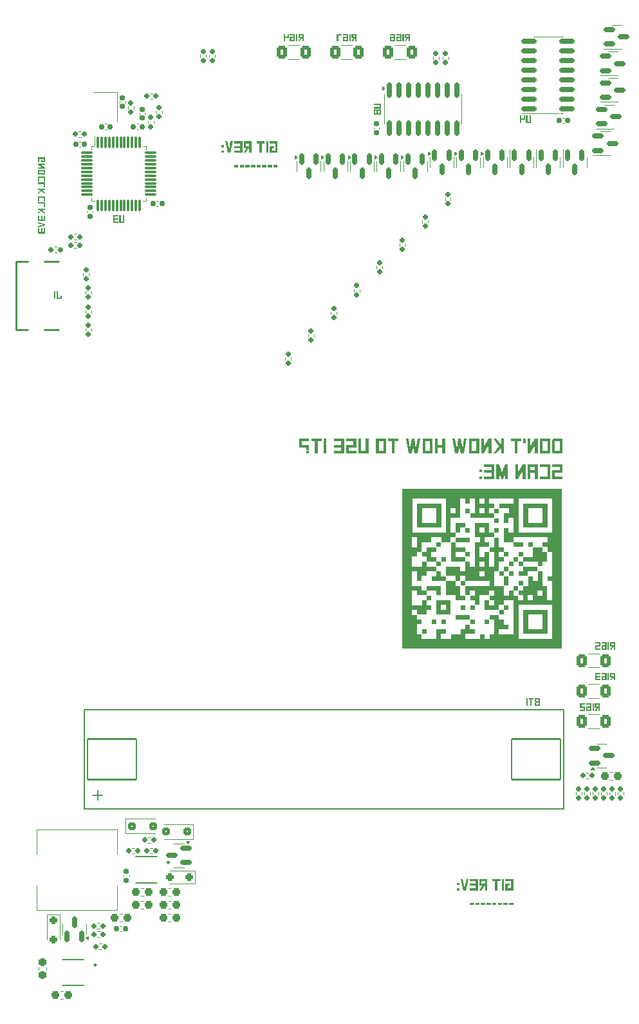
<source format=gbr>
%TF.GenerationSoftware,KiCad,Pcbnew,8.0.1*%
%TF.CreationDate,2024-06-26T23:22:13+08:00*%
%TF.ProjectId,pcb_badge,7063625f-6261-4646-9765-2e6b69636164,rev?*%
%TF.SameCoordinates,Original*%
%TF.FileFunction,Legend,Bot*%
%TF.FilePolarity,Positive*%
%FSLAX46Y46*%
G04 Gerber Fmt 4.6, Leading zero omitted, Abs format (unit mm)*
G04 Created by KiCad (PCBNEW 8.0.1) date 2024-06-26 23:22:13*
%MOMM*%
%LPD*%
G01*
G04 APERTURE LIST*
G04 Aperture macros list*
%AMRoundRect*
0 Rectangle with rounded corners*
0 $1 Rounding radius*
0 $2 $3 $4 $5 $6 $7 $8 $9 X,Y pos of 4 corners*
0 Add a 4 corners polygon primitive as box body*
4,1,4,$2,$3,$4,$5,$6,$7,$8,$9,$2,$3,0*
0 Add four circle primitives for the rounded corners*
1,1,$1+$1,$2,$3*
1,1,$1+$1,$4,$5*
1,1,$1+$1,$6,$7*
1,1,$1+$1,$8,$9*
0 Add four rect primitives between the rounded corners*
20,1,$1+$1,$2,$3,$4,$5,0*
20,1,$1+$1,$4,$5,$6,$7,0*
20,1,$1+$1,$6,$7,$8,$9,0*
20,1,$1+$1,$8,$9,$2,$3,0*%
G04 Aperture macros list end*
%ADD10C,0.000000*%
%ADD11C,0.300000*%
%ADD12C,0.150000*%
%ADD13C,0.120000*%
%ADD14C,0.250000*%
%ADD15C,0.127000*%
%ADD16R,1.700000X1.700000*%
%ADD17O,1.700000X1.700000*%
%ADD18R,3.000000X3.000000*%
%ADD19C,3.000000*%
%ADD20RoundRect,0.155000X0.212500X0.155000X-0.212500X0.155000X-0.212500X-0.155000X0.212500X-0.155000X0*%
%ADD21RoundRect,0.150000X-0.150000X0.587500X-0.150000X-0.587500X0.150000X-0.587500X0.150000X0.587500X0*%
%ADD22RoundRect,0.160000X0.160000X-0.197500X0.160000X0.197500X-0.160000X0.197500X-0.160000X-0.197500X0*%
%ADD23RoundRect,0.075000X-0.075000X0.662500X-0.075000X-0.662500X0.075000X-0.662500X0.075000X0.662500X0*%
%ADD24RoundRect,0.075000X-0.662500X0.075000X-0.662500X-0.075000X0.662500X-0.075000X0.662500X0.075000X0*%
%ADD25RoundRect,0.237500X-0.300000X-0.237500X0.300000X-0.237500X0.300000X0.237500X-0.300000X0.237500X0*%
%ADD26R,1.805236X0.612132*%
%ADD27RoundRect,0.250000X-0.250000X0.250000X-0.250000X-0.250000X0.250000X-0.250000X0.250000X0.250000X0*%
%ADD28RoundRect,0.160000X-0.160000X0.197500X-0.160000X-0.197500X0.160000X-0.197500X0.160000X0.197500X0*%
%ADD29RoundRect,0.250000X0.400000X0.625000X-0.400000X0.625000X-0.400000X-0.625000X0.400000X-0.625000X0*%
%ADD30C,0.750000*%
%ADD31R,1.300000X0.300000*%
%ADD32O,1.800000X1.200000*%
%ADD33O,2.000000X1.200000*%
%ADD34RoundRect,0.160000X-0.197500X-0.160000X0.197500X-0.160000X0.197500X0.160000X-0.197500X0.160000X0*%
%ADD35RoundRect,0.237500X-0.237500X0.300000X-0.237500X-0.300000X0.237500X-0.300000X0.237500X0.300000X0*%
%ADD36RoundRect,0.150000X-0.587500X-0.150000X0.587500X-0.150000X0.587500X0.150000X-0.587500X0.150000X0*%
%ADD37RoundRect,0.160000X0.197500X0.160000X-0.197500X0.160000X-0.197500X-0.160000X0.197500X-0.160000X0*%
%ADD38RoundRect,0.155000X-0.212500X-0.155000X0.212500X-0.155000X0.212500X0.155000X-0.212500X0.155000X0*%
%ADD39RoundRect,0.155000X-0.155000X0.212500X-0.155000X-0.212500X0.155000X-0.212500X0.155000X0.212500X0*%
%ADD40RoundRect,0.102000X-3.225000X-2.650000X3.225000X-2.650000X3.225000X2.650000X-3.225000X2.650000X0*%
%ADD41RoundRect,0.150000X0.587500X0.150000X-0.587500X0.150000X-0.587500X-0.150000X0.587500X-0.150000X0*%
%ADD42RoundRect,0.150000X-0.850000X-0.150000X0.850000X-0.150000X0.850000X0.150000X-0.850000X0.150000X0*%
%ADD43RoundRect,0.250000X-0.300000X-0.300000X0.300000X-0.300000X0.300000X0.300000X-0.300000X0.300000X0*%
%ADD44RoundRect,0.150000X-0.150000X0.850000X-0.150000X-0.850000X0.150000X-0.850000X0.150000X0.850000X0*%
%ADD45RoundRect,0.237500X0.300000X0.237500X-0.300000X0.237500X-0.300000X-0.237500X0.300000X-0.237500X0*%
%ADD46R,2.700000X3.600000*%
%ADD47RoundRect,0.155000X0.155000X-0.212500X0.155000X0.212500X-0.155000X0.212500X-0.155000X-0.212500X0*%
%ADD48R,1.100000X1.300000*%
%ADD49RoundRect,0.150000X0.150000X-0.587500X0.150000X0.587500X-0.150000X0.587500X-0.150000X-0.587500X0*%
%ADD50RoundRect,0.250000X0.250000X0.250000X-0.250000X0.250000X-0.250000X-0.250000X0.250000X-0.250000X0*%
%ADD51RoundRect,0.250000X0.300000X0.300000X-0.300000X0.300000X-0.300000X-0.300000X0.300000X-0.300000X0*%
G04 APERTURE END LIST*
D10*
G36*
X143104999Y-102245002D02*
G01*
X141834999Y-102245002D01*
X141834999Y-102880002D01*
X140583521Y-102880002D01*
X140583521Y-102263523D01*
X141218520Y-102263523D01*
X141218520Y-101628523D01*
X143104999Y-101628523D01*
X143104999Y-102245002D01*
G37*
G36*
X132310000Y-99088523D02*
G01*
X133580000Y-99088523D01*
X133580000Y-99705002D01*
X132310000Y-99705002D01*
X132310000Y-100358523D01*
X133580000Y-100358523D01*
X133580000Y-100975001D01*
X131693520Y-100975001D01*
X131693520Y-98453523D01*
X132310000Y-98453523D01*
X132310000Y-99088523D01*
G37*
G36*
X128500000Y-110500000D02*
G01*
X127883521Y-110500000D01*
X127883521Y-109883523D01*
X128500000Y-109883523D01*
X128500000Y-110500000D01*
G37*
G36*
X139295000Y-104150001D02*
G01*
X138678520Y-104150001D01*
X138678520Y-102898523D01*
X139295000Y-102898523D01*
X139295000Y-104150001D01*
G37*
G36*
X141199998Y-99070002D02*
G01*
X139948520Y-99070002D01*
X139948520Y-98453523D01*
X141199998Y-98453523D01*
X141199998Y-99070002D01*
G37*
G36*
X142470000Y-99070002D02*
G01*
X141853520Y-99070002D01*
X141853520Y-98453523D01*
X142470000Y-98453523D01*
X142470000Y-99070002D01*
G37*
G36*
X131040000Y-100975001D02*
G01*
X130423521Y-100975001D01*
X130423521Y-100358523D01*
X131040000Y-100358523D01*
X131040000Y-100975001D01*
G37*
G36*
X140564999Y-100975001D02*
G01*
X139948520Y-100975001D01*
X139948520Y-100358523D01*
X140564999Y-100358523D01*
X140564999Y-100975001D01*
G37*
G36*
X139929999Y-102880002D02*
G01*
X139313521Y-102880002D01*
X139313521Y-102263523D01*
X139929999Y-102263523D01*
X139929999Y-102880002D01*
G37*
G36*
X139295000Y-107325000D02*
G01*
X138678520Y-107325000D01*
X138678520Y-106708523D01*
X139295000Y-106708523D01*
X139295000Y-107325000D01*
G37*
G36*
X141199998Y-104150001D02*
G01*
X140583521Y-104150001D01*
X140583521Y-103533523D01*
X141199998Y-103533523D01*
X141199998Y-104150001D01*
G37*
G36*
X140564999Y-104785001D02*
G01*
X139948520Y-104785001D01*
X139948520Y-104168522D01*
X140564999Y-104168522D01*
X140564999Y-104785001D01*
G37*
G36*
X138024999Y-94625002D02*
G01*
X137408521Y-94625002D01*
X137408521Y-94008523D01*
X138024999Y-94008523D01*
X138024999Y-94625002D01*
G37*
G36*
X133580000Y-104150001D02*
G01*
X132963521Y-104150001D01*
X132963521Y-103533523D01*
X133580000Y-103533523D01*
X133580000Y-104150001D01*
G37*
G36*
X138659999Y-107960001D02*
G01*
X138043520Y-107960001D01*
X138043520Y-107343522D01*
X138659999Y-107343522D01*
X138659999Y-107960001D01*
G37*
G36*
X129770000Y-109230001D02*
G01*
X129153521Y-109230001D01*
X129153521Y-108613523D01*
X129770000Y-108613523D01*
X129770000Y-109230001D01*
G37*
G36*
X129770000Y-99705002D02*
G01*
X129135000Y-99705002D01*
X129135000Y-100358523D01*
X129770000Y-100358523D01*
X129770000Y-100975001D01*
X128518521Y-100975001D01*
X128518521Y-100340001D01*
X127883521Y-100340001D01*
X127883521Y-99723523D01*
X128518521Y-99723523D01*
X128518521Y-99088523D01*
X129770000Y-99088523D01*
X129770000Y-99705002D01*
G37*
G36*
X139929999Y-101610001D02*
G01*
X139313521Y-101610001D01*
X139313521Y-100993522D01*
X139929999Y-100993522D01*
X139929999Y-101610001D01*
G37*
G36*
X134849999Y-107325000D02*
G01*
X134233521Y-107325000D01*
X134233521Y-106708523D01*
X134849999Y-106708523D01*
X134849999Y-107325000D01*
G37*
G36*
X136755000Y-109230001D02*
G01*
X136138521Y-109230001D01*
X136138521Y-108613523D01*
X136755000Y-108613523D01*
X136755000Y-109230001D01*
G37*
G36*
X133580000Y-96530002D02*
G01*
X132945000Y-96530002D01*
X132945000Y-97165002D01*
X132328521Y-97165002D01*
X132328521Y-95913522D01*
X133580000Y-95913522D01*
X133580000Y-96530002D01*
G37*
G36*
X134214999Y-108595002D02*
G01*
X132328521Y-108595002D01*
X132328521Y-107978522D01*
X134214999Y-107978522D01*
X134214999Y-108595002D01*
G37*
G36*
X139295000Y-100340001D02*
G01*
X138678520Y-100340001D01*
X138678520Y-99723523D01*
X139295000Y-99723523D01*
X139295000Y-100340001D01*
G37*
G36*
X139295000Y-102245002D02*
G01*
X138678520Y-102245002D01*
X138678520Y-101628523D01*
X139295000Y-101628523D01*
X139295000Y-102245002D01*
G37*
G36*
X144393520Y-96530002D02*
G01*
X141218520Y-96530002D01*
X141218520Y-93990002D01*
X141853520Y-93990002D01*
X141853520Y-95895002D01*
X143758521Y-95895002D01*
X143758521Y-93990002D01*
X141853520Y-93990002D01*
X141218520Y-93990002D01*
X141218520Y-93355002D01*
X144393520Y-93355002D01*
X144393520Y-96530002D01*
G37*
G36*
X141199998Y-100340001D02*
G01*
X140583521Y-100340001D01*
X140583521Y-99723523D01*
X141199998Y-99723523D01*
X141199998Y-100340001D01*
G37*
G36*
X144393520Y-110500000D02*
G01*
X141218520Y-110500000D01*
X141218520Y-107960001D01*
X141853520Y-107960001D01*
X141853520Y-109865001D01*
X143758521Y-109865001D01*
X143758521Y-107960001D01*
X141853520Y-107960001D01*
X141218520Y-107960001D01*
X141218520Y-107325000D01*
X144393520Y-107325000D01*
X144393520Y-110500000D01*
G37*
G36*
X131675000Y-107960001D02*
G01*
X129788520Y-107960001D01*
X129788520Y-106690001D01*
X130405000Y-106690001D01*
X130405000Y-107343522D01*
X131058521Y-107343522D01*
X131058521Y-106690001D01*
X130405000Y-106690001D01*
X129788520Y-106690001D01*
X129788520Y-106073522D01*
X131675000Y-106073522D01*
X131675000Y-107960001D01*
G37*
G36*
X130405000Y-105420002D02*
G01*
X129788520Y-105420002D01*
X129788520Y-104785001D01*
X128518521Y-104785001D01*
X128518521Y-104168522D01*
X130405000Y-104168522D01*
X130405000Y-105420002D01*
G37*
G36*
X138024999Y-95895002D02*
G01*
X137408521Y-95895002D01*
X137408521Y-95278523D01*
X138024999Y-95278523D01*
X138024999Y-95895002D01*
G37*
G36*
X146279999Y-112405001D02*
G01*
X125325000Y-112405001D01*
X125325000Y-107978522D01*
X126595000Y-107978522D01*
X127230000Y-107978522D01*
X127230000Y-108613523D01*
X127865000Y-108613523D01*
X127865000Y-109230001D01*
X127230000Y-109230001D01*
X127230000Y-110518522D01*
X127865000Y-110518522D01*
X127865000Y-111153522D01*
X129788520Y-111153522D01*
X129788520Y-109883523D01*
X131040000Y-109883523D01*
X131040000Y-110500000D01*
X130405000Y-110500000D01*
X130405000Y-111153522D01*
X131693520Y-111153522D01*
X131693520Y-110518522D01*
X132963521Y-110518522D01*
X132963521Y-109883523D01*
X133598521Y-109883523D01*
X133598521Y-109248522D01*
X134214999Y-109248522D01*
X134214999Y-109883523D01*
X134849999Y-109883523D01*
X134849999Y-110500000D01*
X133580000Y-110500000D01*
X133580000Y-111153522D01*
X135503521Y-111153522D01*
X135503521Y-110518522D01*
X136120000Y-110518522D01*
X136120000Y-111153522D01*
X136773521Y-111153522D01*
X136773521Y-110518522D01*
X137408521Y-110518522D01*
X137408521Y-108595002D01*
X136773521Y-108595002D01*
X136773521Y-107978522D01*
X138024999Y-107978522D01*
X138024999Y-108613523D01*
X138659999Y-108613523D01*
X138659999Y-109248522D01*
X139295000Y-109248522D01*
X139295000Y-109865001D01*
X138024999Y-109865001D01*
X138024999Y-110518522D01*
X139948520Y-110518522D01*
X139948520Y-106690001D01*
X140583521Y-106690001D01*
X140583521Y-111135001D01*
X145028520Y-111135001D01*
X145028520Y-106690001D01*
X140583521Y-106690001D01*
X139948520Y-106690001D01*
X139948520Y-106055001D01*
X138659999Y-106055001D01*
X138659999Y-106690001D01*
X138024999Y-106690001D01*
X138024999Y-107325000D01*
X136138521Y-107325000D01*
X136138521Y-106073522D01*
X136755000Y-106073522D01*
X136755000Y-106708523D01*
X137408521Y-106708523D01*
X137408521Y-106055001D01*
X136773521Y-106055001D01*
X136773521Y-105438523D01*
X137408521Y-105438523D01*
X137408521Y-104785001D01*
X136755000Y-104785001D01*
X136755000Y-105420002D01*
X135484999Y-105420002D01*
X135484999Y-106690001D01*
X134868520Y-106690001D01*
X134868520Y-106055001D01*
X134233521Y-106055001D01*
X134233521Y-105438523D01*
X134868520Y-105438523D01*
X134868520Y-104785001D01*
X134214999Y-104785001D01*
X134214999Y-105420002D01*
X133598521Y-105420002D01*
X133598521Y-104168522D01*
X136773521Y-104168522D01*
X136773521Y-103515001D01*
X133598521Y-103515001D01*
X133598521Y-102880002D01*
X132945000Y-102880002D01*
X132945000Y-103515001D01*
X132328521Y-103515001D01*
X132328521Y-102880002D01*
X131058521Y-102880002D01*
X131058521Y-101628523D01*
X132945000Y-101628523D01*
X132945000Y-102263523D01*
X133598521Y-102263523D01*
X133598521Y-102245002D01*
X135484999Y-102245002D01*
X135484999Y-102898523D01*
X136138521Y-102898523D01*
X136138521Y-102245002D01*
X135484999Y-102245002D01*
X133598521Y-102245002D01*
X133598521Y-100993522D01*
X134214999Y-100993522D01*
X134214999Y-101628523D01*
X134868520Y-101628523D01*
X134868520Y-100975001D01*
X135484999Y-100975001D01*
X135484999Y-101628523D01*
X136138521Y-101628523D01*
X136138521Y-100975001D01*
X135484999Y-100975001D01*
X134868520Y-100975001D01*
X134868520Y-98453523D01*
X135503521Y-98453523D01*
X135503521Y-97800002D01*
X134868520Y-97800002D01*
X134868520Y-96530002D01*
X135484999Y-96530002D01*
X135484999Y-97183523D01*
X136138521Y-97183523D01*
X136138521Y-96530002D01*
X135484999Y-96530002D01*
X134868520Y-96530002D01*
X134868520Y-95913522D01*
X136755000Y-95913522D01*
X136755000Y-97183523D01*
X137389999Y-97183523D01*
X137389999Y-97800002D01*
X136120000Y-97800002D01*
X136120000Y-98453523D01*
X136755000Y-98453523D01*
X136755000Y-99070002D01*
X135484999Y-99070002D01*
X135484999Y-100358523D01*
X136138521Y-100358523D01*
X136138521Y-99723523D01*
X136755000Y-99723523D01*
X136755000Y-101628523D01*
X137408521Y-101628523D01*
X137408521Y-99705002D01*
X136773521Y-99705002D01*
X136773521Y-99088523D01*
X137408521Y-99088523D01*
X137408521Y-97818522D01*
X138024999Y-97818522D01*
X138024999Y-99088523D01*
X138659999Y-99088523D01*
X138659999Y-99705002D01*
X138024999Y-99705002D01*
X138024999Y-100358523D01*
X138659999Y-100358523D01*
X138659999Y-100975001D01*
X138024999Y-100975001D01*
X138024999Y-102245002D01*
X137389999Y-102245002D01*
X137389999Y-104168522D01*
X138659999Y-104168522D01*
X138659999Y-105438523D01*
X139313521Y-105438523D01*
X139313521Y-104803522D01*
X139929999Y-104803522D01*
X139929999Y-105438523D01*
X140564999Y-105438523D01*
X140564999Y-106073522D01*
X141218520Y-106073522D01*
X141218520Y-105420002D01*
X141834999Y-105420002D01*
X141834999Y-106073522D01*
X142488521Y-106073522D01*
X142488521Y-105420002D01*
X141834999Y-105420002D01*
X141218520Y-105420002D01*
X140583521Y-105420002D01*
X140583521Y-104803522D01*
X141218520Y-104803522D01*
X141218520Y-104785001D01*
X143104999Y-104785001D01*
X143104999Y-105438523D01*
X143758521Y-105438523D01*
X143758521Y-104785001D01*
X143104999Y-104785001D01*
X141218520Y-104785001D01*
X141218520Y-104168522D01*
X141853520Y-104168522D01*
X141853520Y-102898523D01*
X142470000Y-102898523D01*
X142470000Y-103533523D01*
X143123520Y-103533523D01*
X143123520Y-102263523D01*
X143739999Y-102263523D01*
X143739999Y-104168522D01*
X144374998Y-104168522D01*
X144374998Y-106073522D01*
X145028520Y-106073522D01*
X145028520Y-103515001D01*
X144393520Y-103515001D01*
X144393520Y-102898523D01*
X145028520Y-102898523D01*
X145028520Y-99705002D01*
X144393520Y-99705002D01*
X144393520Y-99070002D01*
X143758521Y-99070002D01*
X143758521Y-98453523D01*
X144393520Y-98453523D01*
X144393520Y-97800002D01*
X139929999Y-97800002D01*
X139929999Y-98435002D01*
X138678520Y-98435002D01*
X138678520Y-96548523D01*
X139295000Y-96548523D01*
X139295000Y-97183523D01*
X139948520Y-97183523D01*
X139948520Y-95260002D01*
X139295000Y-95260002D01*
X139295000Y-95895002D01*
X138678520Y-95895002D01*
X138678520Y-94643523D01*
X139313521Y-94643523D01*
X139313521Y-93990002D01*
X138043520Y-93990002D01*
X138043520Y-93373523D01*
X139948520Y-93373523D01*
X139948520Y-92720002D01*
X140583521Y-92720002D01*
X140583521Y-97165002D01*
X145028520Y-97165002D01*
X145028520Y-92720002D01*
X140583521Y-92720002D01*
X139948520Y-92720002D01*
X136755000Y-92720002D01*
X136755000Y-93373523D01*
X137389999Y-93373523D01*
X137389999Y-93990002D01*
X136755000Y-93990002D01*
X136755000Y-94643523D01*
X137389999Y-94643523D01*
X137389999Y-95260002D01*
X134233521Y-95260002D01*
X134233521Y-94643523D01*
X134868520Y-94643523D01*
X134868520Y-93990002D01*
X135484999Y-93990002D01*
X135484999Y-94643523D01*
X136138521Y-94643523D01*
X136138521Y-93990002D01*
X135484999Y-93990002D01*
X134868520Y-93990002D01*
X134868520Y-92720002D01*
X135484999Y-92720002D01*
X135484999Y-93373523D01*
X136138521Y-93373523D01*
X136138521Y-92720002D01*
X135484999Y-92720002D01*
X134868520Y-92720002D01*
X134214999Y-92720002D01*
X134214999Y-93355002D01*
X133598521Y-93355002D01*
X133598521Y-92720002D01*
X132945000Y-92720002D01*
X132945000Y-95260002D01*
X131675000Y-95260002D01*
X131675000Y-97183523D01*
X132310000Y-97183523D01*
X132310000Y-97800002D01*
X131675000Y-97800002D01*
X131675000Y-98435002D01*
X130423521Y-98435002D01*
X130423521Y-97800002D01*
X129135000Y-97800002D01*
X129135000Y-98435002D01*
X127865000Y-98435002D01*
X127865000Y-99705002D01*
X127230000Y-99705002D01*
X127230000Y-100340001D01*
X126595000Y-100340001D01*
X126595000Y-101628523D01*
X127883521Y-101628523D01*
X127883521Y-100993522D01*
X128500000Y-100993522D01*
X128500000Y-101628523D01*
X129770000Y-101628523D01*
X129770000Y-102245002D01*
X128500000Y-102245002D01*
X128500000Y-102880002D01*
X127865000Y-102880002D01*
X127865000Y-103515001D01*
X127248521Y-103515001D01*
X127248521Y-102245002D01*
X126595000Y-102245002D01*
X126595000Y-104168522D01*
X127865000Y-104168522D01*
X127865000Y-104803522D01*
X128500000Y-104803522D01*
X128500000Y-105420002D01*
X127248521Y-105420002D01*
X127248521Y-104785001D01*
X126595000Y-104785001D01*
X126595000Y-106708523D01*
X127883521Y-106708523D01*
X127883521Y-106073522D01*
X128500000Y-106073522D01*
X128500000Y-106708523D01*
X129135000Y-106708523D01*
X129135000Y-107325000D01*
X128500000Y-107325000D01*
X128500000Y-107960001D01*
X127248521Y-107960001D01*
X127248521Y-107325000D01*
X126595000Y-107325000D01*
X126595000Y-107978522D01*
X125325000Y-107978522D01*
X125325000Y-97800002D01*
X126595000Y-97800002D01*
X126595000Y-99088523D01*
X127248521Y-99088523D01*
X127248521Y-97800002D01*
X126595000Y-97800002D01*
X125325000Y-97800002D01*
X125325000Y-92720002D01*
X126613521Y-92720002D01*
X126613521Y-97165002D01*
X131058521Y-97165002D01*
X131058521Y-93990002D01*
X131675000Y-93990002D01*
X131675000Y-94643523D01*
X132328521Y-94643523D01*
X132328521Y-93990002D01*
X131675000Y-93990002D01*
X131058521Y-93990002D01*
X131058521Y-92720002D01*
X126613521Y-92720002D01*
X125325000Y-92720002D01*
X125325000Y-91450002D01*
X146279999Y-91450002D01*
X146279999Y-112405001D01*
G37*
G36*
X130405000Y-99070002D02*
G01*
X129788520Y-99070002D01*
X129788520Y-98453523D01*
X130405000Y-98453523D01*
X130405000Y-99070002D01*
G37*
G36*
X143739999Y-99723523D02*
G01*
X144374998Y-99723523D01*
X144374998Y-100975001D01*
X143739999Y-100975001D01*
X143739999Y-101610001D01*
X143123520Y-101610001D01*
X143123520Y-100975001D01*
X141218520Y-100975001D01*
X141218520Y-100358523D01*
X142488521Y-100358523D01*
X142488521Y-99088523D01*
X143739999Y-99088523D01*
X143739999Y-99723523D01*
G37*
G36*
X131040000Y-109230001D02*
G01*
X130423521Y-109230001D01*
X130423521Y-108613523D01*
X131040000Y-108613523D01*
X131040000Y-109230001D01*
G37*
G36*
X138659999Y-102880002D02*
G01*
X138043520Y-102880002D01*
X138043520Y-102263523D01*
X138659999Y-102263523D01*
X138659999Y-102880002D01*
G37*
G36*
X134214999Y-100340001D02*
G01*
X133598521Y-100340001D01*
X133598521Y-99723523D01*
X134214999Y-99723523D01*
X134214999Y-100340001D01*
G37*
G36*
X133580000Y-107325000D02*
G01*
X132963521Y-107325000D01*
X132963521Y-106708523D01*
X133580000Y-106708523D01*
X133580000Y-107325000D01*
G37*
G36*
X132310000Y-104168522D02*
G01*
X132945000Y-104168522D01*
X132945000Y-105438523D01*
X133580000Y-105438523D01*
X133580000Y-106055001D01*
X132328521Y-106055001D01*
X132328521Y-105420002D01*
X131058521Y-105420002D01*
X131058521Y-103533523D01*
X132310000Y-103533523D01*
X132310000Y-104168522D01*
G37*
G36*
X134214999Y-98435002D02*
G01*
X132328521Y-98435002D01*
X132328521Y-97818522D01*
X134214999Y-97818522D01*
X134214999Y-98435002D01*
G37*
G36*
X134214999Y-97165002D02*
G01*
X133598521Y-97165002D01*
X133598521Y-96548523D01*
X134214999Y-96548523D01*
X134214999Y-97165002D01*
G37*
G36*
X141199998Y-101610001D02*
G01*
X140583521Y-101610001D01*
X140583521Y-100993522D01*
X141199998Y-100993522D01*
X141199998Y-101610001D01*
G37*
G36*
X130405000Y-102898523D02*
G01*
X131040000Y-102898523D01*
X131040000Y-103515001D01*
X129153521Y-103515001D01*
X129153521Y-102898523D01*
X129788520Y-102898523D01*
X129788520Y-102263523D01*
X130405000Y-102263523D01*
X130405000Y-102898523D01*
G37*
G36*
X134214999Y-94625002D02*
G01*
X133598521Y-94625002D01*
X133598521Y-94008523D01*
X134214999Y-94008523D01*
X134214999Y-94625002D01*
G37*
G36*
X129135000Y-106055001D02*
G01*
X128518521Y-106055001D01*
X128518521Y-105438523D01*
X129135000Y-105438523D01*
X129135000Y-106055001D01*
G37*
G36*
X138024999Y-97165002D02*
G01*
X137408521Y-97165002D01*
X137408521Y-96548523D01*
X138024999Y-96548523D01*
X138024999Y-97165002D01*
G37*
G36*
X134849999Y-109230001D02*
G01*
X134233521Y-109230001D01*
X134233521Y-108613523D01*
X134849999Y-108613523D01*
X134849999Y-109230001D01*
G37*
G36*
X130423521Y-96530002D02*
G01*
X127248521Y-96530002D01*
X127248521Y-93990002D01*
X127883521Y-93990002D01*
X127883521Y-95895002D01*
X129788520Y-95895002D01*
X129788520Y-93990002D01*
X127883521Y-93990002D01*
X127248521Y-93990002D01*
X127248521Y-93355002D01*
X130423521Y-93355002D01*
X130423521Y-96530002D01*
G37*
G36*
X130405000Y-101610001D02*
G01*
X129788520Y-101610001D01*
X129788520Y-100993522D01*
X130405000Y-100993522D01*
X130405000Y-101610001D01*
G37*
D11*
G36*
X108464009Y-46334002D02*
G01*
X107874528Y-46334002D01*
X107874528Y-47225000D01*
X108906210Y-47225000D01*
X108906210Y-45724371D01*
X107874528Y-45724371D01*
X107874528Y-46000976D01*
X108609089Y-46000976D01*
X108609089Y-46948394D01*
X108171650Y-46948394D01*
X108171650Y-46610607D01*
X108464009Y-46610607D01*
X108464009Y-46334002D01*
G37*
G36*
X107394225Y-47225000D02*
G01*
X107691346Y-47225000D01*
X107691346Y-45724371D01*
X107394225Y-45724371D01*
X107394225Y-47225000D01*
G37*
G36*
X106820498Y-46000976D02*
G01*
X107203349Y-46000976D01*
X107203349Y-45724371D01*
X106171667Y-45724371D01*
X106171667Y-46000976D01*
X106523377Y-46000976D01*
X106523377Y-47225000D01*
X106820498Y-47225000D01*
X106820498Y-46000976D01*
G37*
G36*
X105468248Y-47225000D02*
G01*
X105171127Y-47225000D01*
X105171127Y-46610607D01*
X105090160Y-46610607D01*
X104728558Y-47225000D01*
X104428140Y-47225000D01*
X104781681Y-46610607D01*
X104436566Y-46610607D01*
X104436566Y-46000976D01*
X104733688Y-46000976D01*
X104733688Y-46334002D01*
X105171127Y-46334002D01*
X105171127Y-46000976D01*
X104733688Y-46000976D01*
X104436566Y-46000976D01*
X104436566Y-45724371D01*
X105468248Y-45724371D01*
X105468248Y-47225000D01*
G37*
G36*
X103956263Y-46000976D02*
G01*
X103956263Y-46334002D01*
X103221702Y-46334002D01*
X103221702Y-46610607D01*
X103956263Y-46610607D01*
X103956263Y-46948394D01*
X103221702Y-46948394D01*
X103221702Y-47225000D01*
X104253384Y-47225000D01*
X104253384Y-45724371D01*
X103221702Y-45724371D01*
X103221702Y-46000976D01*
X103956263Y-46000976D01*
G37*
G36*
X102281978Y-45724371D02*
G01*
X101992184Y-45724371D01*
X102318614Y-47225000D01*
X102681681Y-47225000D01*
X103032658Y-45724371D01*
X102725645Y-45724371D01*
X102513154Y-46814305D01*
X102281978Y-45724371D01*
G37*
G36*
X101526535Y-46244975D02*
G01*
X101526535Y-46521580D01*
X101823656Y-46521580D01*
X101823656Y-46244975D01*
X101526535Y-46244975D01*
G37*
G36*
X101526535Y-46948394D02*
G01*
X101526535Y-47225000D01*
X101823656Y-47225000D01*
X101823656Y-46948394D01*
X101526535Y-46948394D01*
G37*
G36*
X108906210Y-48858764D02*
G01*
X108343475Y-48858764D01*
X108343475Y-49135369D01*
X108906210Y-49135369D01*
X108906210Y-48858764D01*
G37*
G36*
X108167620Y-48858764D02*
G01*
X107604884Y-48858764D01*
X107604884Y-49135369D01*
X108167620Y-49135369D01*
X108167620Y-48858764D01*
G37*
G36*
X107429030Y-48858764D02*
G01*
X106866294Y-48858764D01*
X106866294Y-49135369D01*
X107429030Y-49135369D01*
X107429030Y-48858764D01*
G37*
G36*
X106690439Y-48858764D02*
G01*
X106127704Y-48858764D01*
X106127704Y-49135369D01*
X106690439Y-49135369D01*
X106690439Y-48858764D01*
G37*
G36*
X105951849Y-48858764D02*
G01*
X105389113Y-48858764D01*
X105389113Y-49135369D01*
X105951849Y-49135369D01*
X105951849Y-48858764D01*
G37*
G36*
X105213258Y-48858764D02*
G01*
X104650523Y-48858764D01*
X104650523Y-49135369D01*
X105213258Y-49135369D01*
X105213258Y-48858764D01*
G37*
G36*
X104474668Y-48858764D02*
G01*
X103911933Y-48858764D01*
X103911933Y-49135369D01*
X104474668Y-49135369D01*
X104474668Y-48858764D01*
G37*
G36*
X103736078Y-48858764D02*
G01*
X103173342Y-48858764D01*
X103173342Y-49135369D01*
X103736078Y-49135369D01*
X103736078Y-48858764D01*
G37*
D12*
G36*
X77751632Y-48142464D02*
G01*
X77751632Y-48519819D01*
X78330000Y-48519819D01*
X78330000Y-47847663D01*
X77345212Y-47847663D01*
X77345212Y-48519819D01*
X77513984Y-48519819D01*
X77513984Y-48030112D01*
X78161228Y-48030112D01*
X78161228Y-48337370D01*
X77920404Y-48337370D01*
X77920404Y-48142464D01*
X77751632Y-48142464D01*
G37*
G36*
X78330000Y-48840021D02*
G01*
X78330000Y-48657572D01*
X77345212Y-48657572D01*
X77345212Y-48840021D01*
X77897201Y-49147279D01*
X77345212Y-49147279D01*
X77345212Y-49329728D01*
X78330000Y-49329728D01*
X78330000Y-49147279D01*
X77761402Y-48840021D01*
X78330000Y-48840021D01*
G37*
G36*
X78330000Y-50067097D02*
G01*
X78243538Y-50139638D01*
X77431674Y-50139638D01*
X77345212Y-50066365D01*
X77345212Y-49649931D01*
X77513984Y-49649931D01*
X77513984Y-49957188D01*
X78161228Y-49957188D01*
X78161228Y-49649931D01*
X77513984Y-49649931D01*
X77345212Y-49649931D01*
X77345212Y-49467481D01*
X78330000Y-49467481D01*
X78330000Y-50067097D01*
G37*
G36*
X77513984Y-55547663D02*
G01*
X77345212Y-55547663D01*
X77345212Y-56230321D01*
X78330000Y-56230321D01*
X78330000Y-55547663D01*
X78161228Y-55547663D01*
X78161228Y-56047872D01*
X77920404Y-56047872D01*
X77920404Y-55547663D01*
X77751632Y-55547663D01*
X77751632Y-56047872D01*
X77513984Y-56047872D01*
X77513984Y-55547663D01*
G37*
G36*
X77345212Y-56860468D02*
G01*
X77345212Y-57037544D01*
X78330000Y-56823343D01*
X78330000Y-56593755D01*
X77345212Y-56363434D01*
X77345212Y-56551989D01*
X78103098Y-56699756D01*
X77345212Y-56860468D01*
G37*
G36*
X77513984Y-57167481D02*
G01*
X77345212Y-57167481D01*
X77345212Y-57850140D01*
X78330000Y-57850140D01*
X78330000Y-57167481D01*
X78161228Y-57167481D01*
X78161228Y-57667691D01*
X77920404Y-57667691D01*
X77920404Y-57167481D01*
X77751632Y-57167481D01*
X77751632Y-57667691D01*
X77513984Y-57667691D01*
X77513984Y-57167481D01*
G37*
G36*
X78161228Y-50530112D02*
G01*
X78161228Y-51019819D01*
X78330000Y-51019819D01*
X78330000Y-50347663D01*
X77345212Y-50347663D01*
X77345212Y-51019819D01*
X77513984Y-51019819D01*
X77513984Y-50530112D01*
X78161228Y-50530112D01*
G37*
G36*
X78161228Y-51340021D02*
G01*
X78161228Y-51829728D01*
X78330000Y-51829728D01*
X78330000Y-51157572D01*
X77345212Y-51157572D01*
X77345212Y-51340021D01*
X78161228Y-51340021D01*
G37*
G36*
X78330000Y-52149931D02*
G01*
X78330000Y-51967481D01*
X77345212Y-51967481D01*
X77345212Y-52149931D01*
X77757250Y-52149931D01*
X77345212Y-52458409D01*
X77345212Y-52635485D01*
X77825150Y-52306490D01*
X78330000Y-52635485D01*
X78330000Y-52458409D01*
X77917962Y-52149931D01*
X78330000Y-52149931D01*
G37*
D11*
G36*
X139464009Y-143334002D02*
G01*
X138874528Y-143334002D01*
X138874528Y-144225000D01*
X139906210Y-144225000D01*
X139906210Y-142724371D01*
X138874528Y-142724371D01*
X138874528Y-143000976D01*
X139609089Y-143000976D01*
X139609089Y-143948394D01*
X139171650Y-143948394D01*
X139171650Y-143610607D01*
X139464009Y-143610607D01*
X139464009Y-143334002D01*
G37*
G36*
X138394225Y-144225000D02*
G01*
X138691346Y-144225000D01*
X138691346Y-142724371D01*
X138394225Y-142724371D01*
X138394225Y-144225000D01*
G37*
G36*
X137820498Y-143000976D02*
G01*
X138203349Y-143000976D01*
X138203349Y-142724371D01*
X137171667Y-142724371D01*
X137171667Y-143000976D01*
X137523377Y-143000976D01*
X137523377Y-144225000D01*
X137820498Y-144225000D01*
X137820498Y-143000976D01*
G37*
G36*
X136468248Y-144225000D02*
G01*
X136171127Y-144225000D01*
X136171127Y-143610607D01*
X136090160Y-143610607D01*
X135728558Y-144225000D01*
X135428140Y-144225000D01*
X135781681Y-143610607D01*
X135436566Y-143610607D01*
X135436566Y-143000976D01*
X135733688Y-143000976D01*
X135733688Y-143334002D01*
X136171127Y-143334002D01*
X136171127Y-143000976D01*
X135733688Y-143000976D01*
X135436566Y-143000976D01*
X135436566Y-142724371D01*
X136468248Y-142724371D01*
X136468248Y-144225000D01*
G37*
G36*
X134956263Y-143000976D02*
G01*
X134956263Y-143334002D01*
X134221702Y-143334002D01*
X134221702Y-143610607D01*
X134956263Y-143610607D01*
X134956263Y-143948394D01*
X134221702Y-143948394D01*
X134221702Y-144225000D01*
X135253384Y-144225000D01*
X135253384Y-142724371D01*
X134221702Y-142724371D01*
X134221702Y-143000976D01*
X134956263Y-143000976D01*
G37*
G36*
X133281978Y-142724371D02*
G01*
X132992184Y-142724371D01*
X133318614Y-144225000D01*
X133681681Y-144225000D01*
X134032658Y-142724371D01*
X133725645Y-142724371D01*
X133513154Y-143814305D01*
X133281978Y-142724371D01*
G37*
G36*
X132526535Y-143244975D02*
G01*
X132526535Y-143521580D01*
X132823656Y-143521580D01*
X132823656Y-143244975D01*
X132526535Y-143244975D01*
G37*
G36*
X132526535Y-143948394D02*
G01*
X132526535Y-144225000D01*
X132823656Y-144225000D01*
X132823656Y-143948394D01*
X132526535Y-143948394D01*
G37*
G36*
X139906210Y-145858764D02*
G01*
X139343475Y-145858764D01*
X139343475Y-146135369D01*
X139906210Y-146135369D01*
X139906210Y-145858764D01*
G37*
G36*
X139167620Y-145858764D02*
G01*
X138604884Y-145858764D01*
X138604884Y-146135369D01*
X139167620Y-146135369D01*
X139167620Y-145858764D01*
G37*
G36*
X138429030Y-145858764D02*
G01*
X137866294Y-145858764D01*
X137866294Y-146135369D01*
X138429030Y-146135369D01*
X138429030Y-145858764D01*
G37*
G36*
X137690439Y-145858764D02*
G01*
X137127704Y-145858764D01*
X137127704Y-146135369D01*
X137690439Y-146135369D01*
X137690439Y-145858764D01*
G37*
G36*
X136951849Y-145858764D02*
G01*
X136389113Y-145858764D01*
X136389113Y-146135369D01*
X136951849Y-146135369D01*
X136951849Y-145858764D01*
G37*
G36*
X136213258Y-145858764D02*
G01*
X135650523Y-145858764D01*
X135650523Y-146135369D01*
X136213258Y-146135369D01*
X136213258Y-145858764D01*
G37*
G36*
X135474668Y-145858764D02*
G01*
X134911933Y-145858764D01*
X134911933Y-146135369D01*
X135474668Y-146135369D01*
X135474668Y-145858764D01*
G37*
G36*
X134736078Y-145858764D02*
G01*
X134173342Y-145858764D01*
X134173342Y-146135369D01*
X134736078Y-146135369D01*
X134736078Y-145858764D01*
G37*
D12*
G36*
X78161228Y-53130112D02*
G01*
X78161228Y-53619819D01*
X78330000Y-53619819D01*
X78330000Y-52947663D01*
X77345212Y-52947663D01*
X77345212Y-53619819D01*
X77513984Y-53619819D01*
X77513984Y-53130112D01*
X78161228Y-53130112D01*
G37*
G36*
X78161228Y-53940021D02*
G01*
X78161228Y-54429728D01*
X78330000Y-54429728D01*
X78330000Y-53757572D01*
X77345212Y-53757572D01*
X77345212Y-53940021D01*
X78161228Y-53940021D01*
G37*
G36*
X78330000Y-54749931D02*
G01*
X78330000Y-54567481D01*
X77345212Y-54567481D01*
X77345212Y-54749931D01*
X77757250Y-54749931D01*
X77345212Y-55058409D01*
X77345212Y-55235485D01*
X77825150Y-54906490D01*
X78330000Y-55235485D01*
X78330000Y-55058409D01*
X77917962Y-54749931D01*
X78330000Y-54749931D01*
G37*
G36*
X146374947Y-86800000D02*
G01*
X145175715Y-86800000D01*
X145030635Y-86627076D01*
X145030635Y-85167969D01*
X145395533Y-85167969D01*
X145395533Y-86462456D01*
X146010048Y-86462456D01*
X146010048Y-85167969D01*
X145395533Y-85167969D01*
X145030635Y-85167969D01*
X145030635Y-85003349D01*
X145177180Y-84830425D01*
X146374947Y-84830425D01*
X146374947Y-86800000D01*
G37*
G36*
X144755129Y-86800000D02*
G01*
X143410816Y-86800000D01*
X143410816Y-85167969D01*
X143775715Y-85167969D01*
X143775715Y-86462456D01*
X144390230Y-86462456D01*
X144390230Y-85167969D01*
X143775715Y-85167969D01*
X143410816Y-85167969D01*
X143410816Y-84830425D01*
X144755129Y-84830425D01*
X144755129Y-86800000D01*
G37*
G36*
X142770411Y-86800000D02*
G01*
X143135310Y-86800000D01*
X143135310Y-84830425D01*
X142770411Y-84830425D01*
X142155896Y-85934403D01*
X142155896Y-84830425D01*
X141790997Y-84830425D01*
X141790997Y-86800000D01*
X142155896Y-86800000D01*
X142770411Y-85662805D01*
X142770411Y-86800000D01*
G37*
G36*
X141234124Y-84830425D02*
G01*
X141234124Y-85393161D01*
X141515491Y-85393161D01*
X141515491Y-84830425D01*
X141234124Y-84830425D01*
G37*
G36*
X140461828Y-85167969D02*
G01*
X140972295Y-85167969D01*
X140972295Y-84830425D01*
X139627983Y-84830425D01*
X139627983Y-85167969D01*
X140096929Y-85167969D01*
X140096929Y-86800000D01*
X140461828Y-86800000D01*
X140461828Y-85167969D01*
G37*
G36*
X138293928Y-86800000D02*
G01*
X138658827Y-86800000D01*
X138658827Y-84830425D01*
X138293928Y-84830425D01*
X138293928Y-85654501D01*
X137676971Y-84830425D01*
X137322819Y-84830425D01*
X137980809Y-85790300D01*
X137322819Y-86800000D01*
X137676971Y-86800000D01*
X138293928Y-85975924D01*
X138293928Y-86800000D01*
G37*
G36*
X136674110Y-86800000D02*
G01*
X137039009Y-86800000D01*
X137039009Y-84830425D01*
X136674110Y-84830425D01*
X136059595Y-85934403D01*
X136059595Y-84830425D01*
X135694696Y-84830425D01*
X135694696Y-86800000D01*
X136059595Y-86800000D01*
X136674110Y-85662805D01*
X136674110Y-86800000D01*
G37*
G36*
X135419190Y-86800000D02*
G01*
X134074877Y-86800000D01*
X134074877Y-85167969D01*
X134439776Y-85167969D01*
X134439776Y-86462456D01*
X135054291Y-86462456D01*
X135054291Y-85167969D01*
X134439776Y-85167969D01*
X134074877Y-85167969D01*
X134074877Y-84830425D01*
X135419190Y-84830425D01*
X135419190Y-86800000D01*
G37*
G36*
X132830704Y-85900209D02*
G01*
X132990439Y-86800000D01*
X133437892Y-86800000D01*
X133787648Y-84830425D01*
X133402233Y-84830425D01*
X133216120Y-86146894D01*
X133017794Y-84830425D01*
X132644591Y-84830425D01*
X132446266Y-86146894D01*
X132260642Y-84830425D01*
X131875226Y-84830425D01*
X132224982Y-86800000D01*
X132671946Y-86800000D01*
X132830704Y-85900209D01*
G37*
G36*
X130556315Y-86800000D02*
G01*
X130921214Y-86800000D01*
X130921214Y-84830425D01*
X130556315Y-84830425D01*
X130556315Y-85643265D01*
X129941800Y-85643265D01*
X129941800Y-84830425D01*
X129576901Y-84830425D01*
X129576901Y-86800000D01*
X129941800Y-86800000D01*
X129941800Y-85980809D01*
X130556315Y-85980809D01*
X130556315Y-86800000D01*
G37*
G36*
X129301395Y-86800000D02*
G01*
X127957083Y-86800000D01*
X127957083Y-85167969D01*
X128321981Y-85167969D01*
X128321981Y-86462456D01*
X128936496Y-86462456D01*
X128936496Y-85167969D01*
X128321981Y-85167969D01*
X127957083Y-85167969D01*
X127957083Y-84830425D01*
X129301395Y-84830425D01*
X129301395Y-86800000D01*
G37*
G36*
X126712909Y-85900209D02*
G01*
X126872644Y-86800000D01*
X127320097Y-86800000D01*
X127669853Y-84830425D01*
X127284438Y-84830425D01*
X127098325Y-86146894D01*
X126900000Y-84830425D01*
X126526796Y-84830425D01*
X126328471Y-86146894D01*
X126142847Y-84830425D01*
X125757431Y-84830425D01*
X126107187Y-86800000D01*
X126554152Y-86800000D01*
X126712909Y-85900209D01*
G37*
G36*
X124292951Y-85167969D02*
G01*
X124803419Y-85167969D01*
X124803419Y-84830425D01*
X123459106Y-84830425D01*
X123459106Y-85167969D01*
X123928053Y-85167969D01*
X123928053Y-86800000D01*
X124292951Y-86800000D01*
X124292951Y-85167969D01*
G37*
G36*
X123183600Y-86800000D02*
G01*
X121839288Y-86800000D01*
X121839288Y-85167969D01*
X122204187Y-85167969D01*
X122204187Y-86462456D01*
X122818702Y-86462456D01*
X122818702Y-85167969D01*
X122204187Y-85167969D01*
X121839288Y-85167969D01*
X121839288Y-84830425D01*
X123183600Y-84830425D01*
X123183600Y-86800000D01*
G37*
G36*
X119890718Y-84830425D02*
G01*
X119525819Y-84830425D01*
X119525819Y-86800000D01*
X120870132Y-86800000D01*
X120870132Y-84830425D01*
X120505233Y-84830425D01*
X120505233Y-86462456D01*
X119890718Y-86462456D01*
X119890718Y-84830425D01*
G37*
G36*
X119250314Y-85980809D02*
G01*
X119250314Y-84830425D01*
X117906001Y-84830425D01*
X117906001Y-85167969D01*
X118885415Y-85167969D01*
X118885415Y-85643265D01*
X117906001Y-85643265D01*
X117906001Y-86800000D01*
X119250314Y-86800000D01*
X119250314Y-86462456D01*
X118270900Y-86462456D01*
X118270900Y-85980809D01*
X119250314Y-85980809D01*
G37*
G36*
X117265596Y-85167969D02*
G01*
X117265596Y-85643265D01*
X116286182Y-85643265D01*
X116286182Y-85980809D01*
X117265596Y-85980809D01*
X117265596Y-86462456D01*
X116286182Y-86462456D01*
X116286182Y-86800000D01*
X117630495Y-86800000D01*
X117630495Y-84830425D01*
X116286182Y-84830425D01*
X116286182Y-85167969D01*
X117265596Y-85167969D01*
G37*
G36*
X114952128Y-86800000D02*
G01*
X115317027Y-86800000D01*
X115317027Y-84830425D01*
X114952128Y-84830425D01*
X114952128Y-86800000D01*
G37*
G36*
X114155896Y-85167969D02*
G01*
X114666364Y-85167969D01*
X114666364Y-84830425D01*
X113322051Y-84830425D01*
X113322051Y-85167969D01*
X113790997Y-85167969D01*
X113790997Y-86800000D01*
X114155896Y-86800000D01*
X114155896Y-85167969D01*
G37*
G36*
X113046545Y-86301256D02*
G01*
X113046545Y-85643265D01*
X112067131Y-85643265D01*
X112067131Y-85167969D01*
X113046545Y-85167969D01*
X113046545Y-84830425D01*
X111702233Y-84830425D01*
X111702233Y-85980809D01*
X112681646Y-85980809D01*
X112681646Y-86301256D01*
X113046545Y-86301256D01*
G37*
G36*
X112681646Y-86462456D02*
G01*
X112681646Y-86800000D01*
X113046545Y-86800000D01*
X113046545Y-86462456D01*
X112681646Y-86462456D01*
G37*
G36*
X146374947Y-89340809D02*
G01*
X146374947Y-88190425D01*
X145030635Y-88190425D01*
X145030635Y-88527969D01*
X146010048Y-88527969D01*
X146010048Y-89003265D01*
X145030635Y-89003265D01*
X145030635Y-90160000D01*
X146374947Y-90160000D01*
X146374947Y-89822456D01*
X145395533Y-89822456D01*
X145395533Y-89340809D01*
X146374947Y-89340809D01*
G37*
G36*
X144390230Y-89822456D02*
G01*
X143410816Y-89822456D01*
X143410816Y-90160000D01*
X144755129Y-90160000D01*
X144755129Y-88190425D01*
X143410816Y-88190425D01*
X143410816Y-88527969D01*
X144390230Y-88527969D01*
X144390230Y-89822456D01*
G37*
G36*
X143135310Y-90160000D02*
G01*
X142770411Y-90160000D01*
X142770411Y-89340809D01*
X142155896Y-89340809D01*
X142155896Y-90160000D01*
X141790997Y-90160000D01*
X141790997Y-88527969D01*
X142155896Y-88527969D01*
X142155896Y-89003265D01*
X142770411Y-89003265D01*
X142770411Y-88527969D01*
X142155896Y-88527969D01*
X141790997Y-88527969D01*
X141790997Y-88190425D01*
X143135310Y-88190425D01*
X143135310Y-90160000D01*
G37*
G36*
X141150593Y-90160000D02*
G01*
X141515491Y-90160000D01*
X141515491Y-88190425D01*
X141150593Y-88190425D01*
X140536078Y-89294403D01*
X140536078Y-88190425D01*
X140171179Y-88190425D01*
X140171179Y-90160000D01*
X140536078Y-90160000D01*
X141150593Y-89022805D01*
X141150593Y-90160000D01*
G37*
G36*
X138837124Y-90160000D02*
G01*
X139202023Y-90160000D01*
X139202023Y-88190425D01*
X138837124Y-88190425D01*
X138448778Y-89269979D01*
X138045289Y-88190425D01*
X137680390Y-88190425D01*
X137680390Y-90160000D01*
X138045289Y-90160000D01*
X138045289Y-89335924D01*
X138324214Y-90160000D01*
X138548918Y-90160000D01*
X138837124Y-89335924D01*
X138837124Y-90160000D01*
G37*
G36*
X137053175Y-88527969D02*
G01*
X137053175Y-89003265D01*
X136073761Y-89003265D01*
X136073761Y-89340809D01*
X137053175Y-89340809D01*
X137053175Y-89822456D01*
X136073761Y-89822456D01*
X136073761Y-90160000D01*
X137418073Y-90160000D01*
X137418073Y-88190425D01*
X136073761Y-88190425D01*
X136073761Y-88527969D01*
X137053175Y-88527969D01*
G37*
G36*
X135433356Y-88884563D02*
G01*
X135433356Y-89222107D01*
X135798255Y-89222107D01*
X135798255Y-88884563D01*
X135433356Y-88884563D01*
G37*
G36*
X135433356Y-89822456D02*
G01*
X135433356Y-90160000D01*
X135798255Y-90160000D01*
X135798255Y-89822456D01*
X135433356Y-89822456D01*
G37*
G36*
X88257675Y-55430212D02*
G01*
X88075226Y-55430212D01*
X88075226Y-56415000D01*
X88747382Y-56415000D01*
X88747382Y-55430212D01*
X88564933Y-55430212D01*
X88564933Y-56246228D01*
X88257675Y-56246228D01*
X88257675Y-55430212D01*
G37*
G36*
X87937473Y-55598984D02*
G01*
X87937473Y-55430212D01*
X87254814Y-55430212D01*
X87254814Y-56415000D01*
X87937473Y-56415000D01*
X87937473Y-56246228D01*
X87437264Y-56246228D01*
X87437264Y-56005404D01*
X87937473Y-56005404D01*
X87937473Y-55836632D01*
X87437264Y-55836632D01*
X87437264Y-55598984D01*
X87937473Y-55598984D01*
G37*
G36*
X112315002Y-32595000D02*
G01*
X112132553Y-32595000D01*
X112132553Y-32185404D01*
X112066363Y-32185404D01*
X111825295Y-32595000D01*
X111642846Y-32595000D01*
X111878540Y-32185404D01*
X111642846Y-32185404D01*
X111642846Y-31778984D01*
X111825295Y-31778984D01*
X111825295Y-32016632D01*
X112132553Y-32016632D01*
X112132553Y-31778984D01*
X111825295Y-31778984D01*
X111642846Y-31778984D01*
X111642846Y-31610212D01*
X112315002Y-31610212D01*
X112315002Y-32595000D01*
G37*
G36*
X111322644Y-32595000D02*
G01*
X111505093Y-32595000D01*
X111505093Y-31610212D01*
X111322644Y-31610212D01*
X111322644Y-32595000D01*
G37*
G36*
X111179762Y-32595000D02*
G01*
X110507605Y-32595000D01*
X110507605Y-32185404D01*
X110690055Y-32185404D01*
X110690055Y-32426228D01*
X110997312Y-32426228D01*
X110997312Y-32185404D01*
X110690055Y-32185404D01*
X110507605Y-32185404D01*
X110507605Y-32016632D01*
X110997312Y-32016632D01*
X110997312Y-31778984D01*
X110507605Y-31778984D01*
X110507605Y-31610212D01*
X111179762Y-31610212D01*
X111179762Y-32595000D01*
G37*
G36*
X110369852Y-32185404D02*
G01*
X110369852Y-31610212D01*
X110187403Y-31610212D01*
X110187403Y-32016632D01*
X109880145Y-32016632D01*
X109880145Y-31610212D01*
X109697696Y-31610212D01*
X109697696Y-32595000D01*
X109880145Y-32595000D01*
X109880145Y-32185404D01*
X110369852Y-32185404D01*
G37*
G36*
X80322644Y-65990505D02*
G01*
X80322644Y-66246228D01*
X80015386Y-66246228D01*
X80015386Y-65430212D01*
X79832937Y-65430212D01*
X79832937Y-66415000D01*
X80505093Y-66415000D01*
X80505093Y-65990505D01*
X80322644Y-65990505D01*
G37*
G36*
X79512735Y-66415000D02*
G01*
X79695184Y-66415000D01*
X79695184Y-65430212D01*
X79512735Y-65430212D01*
X79512735Y-66415000D01*
G37*
G36*
X153315002Y-112595000D02*
G01*
X153132553Y-112595000D01*
X153132553Y-112185404D01*
X153066363Y-112185404D01*
X152825295Y-112595000D01*
X152642846Y-112595000D01*
X152878540Y-112185404D01*
X152642846Y-112185404D01*
X152642846Y-111778984D01*
X152825295Y-111778984D01*
X152825295Y-112016632D01*
X153132553Y-112016632D01*
X153132553Y-111778984D01*
X152825295Y-111778984D01*
X152642846Y-111778984D01*
X152642846Y-111610212D01*
X153315002Y-111610212D01*
X153315002Y-112595000D01*
G37*
G36*
X152322644Y-112595000D02*
G01*
X152505093Y-112595000D01*
X152505093Y-111610212D01*
X152322644Y-111610212D01*
X152322644Y-112595000D01*
G37*
G36*
X152179762Y-112595000D02*
G01*
X151507605Y-112595000D01*
X151507605Y-112185404D01*
X151690055Y-112185404D01*
X151690055Y-112426228D01*
X151997312Y-112426228D01*
X151997312Y-112185404D01*
X151690055Y-112185404D01*
X151507605Y-112185404D01*
X151507605Y-112016632D01*
X151997312Y-112016632D01*
X151997312Y-111778984D01*
X151507605Y-111778984D01*
X151507605Y-111610212D01*
X152179762Y-111610212D01*
X152179762Y-112595000D01*
G37*
G36*
X151369852Y-112185404D02*
G01*
X151369852Y-111610212D01*
X150697696Y-111610212D01*
X150697696Y-111778984D01*
X151187403Y-111778984D01*
X151187403Y-112016632D01*
X150697696Y-112016632D01*
X150697696Y-112595000D01*
X151369852Y-112595000D01*
X151369852Y-112426228D01*
X150880145Y-112426228D01*
X150880145Y-112185404D01*
X151369852Y-112185404D01*
G37*
G36*
X143410048Y-119915000D02*
G01*
X142737892Y-119915000D01*
X142737892Y-119551566D01*
X142768874Y-119505404D01*
X142920341Y-119505404D01*
X142920341Y-119746228D01*
X143227599Y-119746228D01*
X143227599Y-119505404D01*
X142920341Y-119505404D01*
X142768874Y-119505404D01*
X142823133Y-119424560D01*
X142737892Y-119298531D01*
X142737892Y-119098984D01*
X142920341Y-119098984D01*
X142920341Y-119336632D01*
X143227599Y-119336632D01*
X143227599Y-119098984D01*
X142920341Y-119098984D01*
X142737892Y-119098984D01*
X142737892Y-118930212D01*
X143410048Y-118930212D01*
X143410048Y-119915000D01*
G37*
G36*
X142344905Y-119098984D02*
G01*
X142600139Y-119098984D01*
X142600139Y-118930212D01*
X141927983Y-118930212D01*
X141927983Y-119098984D01*
X142162456Y-119098984D01*
X142162456Y-119915000D01*
X142344905Y-119915000D01*
X142344905Y-119098984D01*
G37*
G36*
X141607780Y-119915000D02*
G01*
X141790230Y-119915000D01*
X141790230Y-118930212D01*
X141607780Y-118930212D01*
X141607780Y-119915000D01*
G37*
G36*
X126315002Y-32595000D02*
G01*
X126132553Y-32595000D01*
X126132553Y-32185404D01*
X126066363Y-32185404D01*
X125825295Y-32595000D01*
X125642846Y-32595000D01*
X125878540Y-32185404D01*
X125642846Y-32185404D01*
X125642846Y-31778984D01*
X125825295Y-31778984D01*
X125825295Y-32016632D01*
X126132553Y-32016632D01*
X126132553Y-31778984D01*
X125825295Y-31778984D01*
X125642846Y-31778984D01*
X125642846Y-31610212D01*
X126315002Y-31610212D01*
X126315002Y-32595000D01*
G37*
G36*
X125322644Y-32595000D02*
G01*
X125505093Y-32595000D01*
X125505093Y-31610212D01*
X125322644Y-31610212D01*
X125322644Y-32595000D01*
G37*
G36*
X125179762Y-32595000D02*
G01*
X124507605Y-32595000D01*
X124507605Y-32185404D01*
X124690055Y-32185404D01*
X124690055Y-32426228D01*
X124997312Y-32426228D01*
X124997312Y-32185404D01*
X124690055Y-32185404D01*
X124507605Y-32185404D01*
X124507605Y-32016632D01*
X124997312Y-32016632D01*
X124997312Y-31778984D01*
X124507605Y-31778984D01*
X124507605Y-31610212D01*
X125179762Y-31610212D01*
X125179762Y-32595000D01*
G37*
G36*
X124369852Y-32595000D02*
G01*
X123697696Y-32595000D01*
X123697696Y-32185404D01*
X123880145Y-32185404D01*
X123880145Y-32426228D01*
X124187403Y-32426228D01*
X124187403Y-32185404D01*
X123880145Y-32185404D01*
X123697696Y-32185404D01*
X123697696Y-32016632D01*
X124187403Y-32016632D01*
X124187403Y-31778984D01*
X123697696Y-31778984D01*
X123697696Y-31610212D01*
X124369852Y-31610212D01*
X124369852Y-32595000D01*
G37*
G36*
X141757675Y-42330212D02*
G01*
X141575226Y-42330212D01*
X141575226Y-43315000D01*
X142247382Y-43315000D01*
X142247382Y-42330212D01*
X142064933Y-42330212D01*
X142064933Y-43146228D01*
X141757675Y-43146228D01*
X141757675Y-42330212D01*
G37*
G36*
X141437473Y-42905404D02*
G01*
X141437473Y-42330212D01*
X141255024Y-42330212D01*
X141255024Y-42736632D01*
X140947766Y-42736632D01*
X140947766Y-42330212D01*
X140765317Y-42330212D01*
X140765317Y-43315000D01*
X140947766Y-43315000D01*
X140947766Y-42905404D01*
X141437473Y-42905404D01*
G37*
G36*
X121530212Y-41242324D02*
G01*
X121530212Y-41424773D01*
X122515000Y-41424773D01*
X122515000Y-40752617D01*
X121530212Y-40752617D01*
X121530212Y-40935066D01*
X122346228Y-40935066D01*
X122346228Y-41242324D01*
X121530212Y-41242324D01*
G37*
G36*
X122515000Y-42234682D02*
G01*
X121530212Y-42234682D01*
X121530212Y-41744975D01*
X121698984Y-41744975D01*
X121698984Y-42052233D01*
X121936632Y-42052233D01*
X121936632Y-41744975D01*
X122105404Y-41744975D01*
X122105404Y-42052233D01*
X122346228Y-42052233D01*
X122346228Y-41744975D01*
X122105404Y-41744975D01*
X121936632Y-41744975D01*
X121698984Y-41744975D01*
X121530212Y-41744975D01*
X121530212Y-41562526D01*
X122515000Y-41562526D01*
X122515000Y-42234682D01*
G37*
G36*
X151315002Y-120595000D02*
G01*
X151132553Y-120595000D01*
X151132553Y-120185404D01*
X151066363Y-120185404D01*
X150825295Y-120595000D01*
X150642846Y-120595000D01*
X150878540Y-120185404D01*
X150642846Y-120185404D01*
X150642846Y-119778984D01*
X150825295Y-119778984D01*
X150825295Y-120016632D01*
X151132553Y-120016632D01*
X151132553Y-119778984D01*
X150825295Y-119778984D01*
X150642846Y-119778984D01*
X150642846Y-119610212D01*
X151315002Y-119610212D01*
X151315002Y-120595000D01*
G37*
G36*
X150322644Y-120595000D02*
G01*
X150505093Y-120595000D01*
X150505093Y-119610212D01*
X150322644Y-119610212D01*
X150322644Y-120595000D01*
G37*
G36*
X150179762Y-120595000D02*
G01*
X149507605Y-120595000D01*
X149507605Y-120185404D01*
X149690055Y-120185404D01*
X149690055Y-120426228D01*
X149997312Y-120426228D01*
X149997312Y-120185404D01*
X149690055Y-120185404D01*
X149507605Y-120185404D01*
X149507605Y-120016632D01*
X149997312Y-120016632D01*
X149997312Y-119778984D01*
X149507605Y-119778984D01*
X149507605Y-119610212D01*
X150179762Y-119610212D01*
X150179762Y-120595000D01*
G37*
G36*
X148697696Y-120426228D02*
G01*
X148697696Y-120595000D01*
X149369852Y-120595000D01*
X149369852Y-120016632D01*
X148880145Y-120016632D01*
X148880145Y-119778984D01*
X149369852Y-119778984D01*
X149369852Y-119610212D01*
X148697696Y-119610212D01*
X148697696Y-120185404D01*
X149187403Y-120185404D01*
X149187403Y-120426228D01*
X148697696Y-120426228D01*
G37*
G36*
X119315002Y-32595000D02*
G01*
X119132553Y-32595000D01*
X119132553Y-32185404D01*
X119066363Y-32185404D01*
X118825295Y-32595000D01*
X118642846Y-32595000D01*
X118878540Y-32185404D01*
X118642846Y-32185404D01*
X118642846Y-31778984D01*
X118825295Y-31778984D01*
X118825295Y-32016632D01*
X119132553Y-32016632D01*
X119132553Y-31778984D01*
X118825295Y-31778984D01*
X118642846Y-31778984D01*
X118642846Y-31610212D01*
X119315002Y-31610212D01*
X119315002Y-32595000D01*
G37*
G36*
X118322644Y-32595000D02*
G01*
X118505093Y-32595000D01*
X118505093Y-31610212D01*
X118322644Y-31610212D01*
X118322644Y-32595000D01*
G37*
G36*
X118179762Y-32595000D02*
G01*
X117507605Y-32595000D01*
X117507605Y-32185404D01*
X117690055Y-32185404D01*
X117690055Y-32426228D01*
X117997312Y-32426228D01*
X117997312Y-32185404D01*
X117690055Y-32185404D01*
X117507605Y-32185404D01*
X117507605Y-32016632D01*
X117997312Y-32016632D01*
X117997312Y-31778984D01*
X117507605Y-31778984D01*
X117507605Y-31610212D01*
X118179762Y-31610212D01*
X118179762Y-32595000D01*
G37*
G36*
X116869643Y-31778984D02*
G01*
X117369852Y-31778984D01*
X117369852Y-31610212D01*
X116687194Y-31610212D01*
X116687194Y-32595000D01*
X116869643Y-32595000D01*
X116869643Y-31778984D01*
G37*
G36*
X153315002Y-116595000D02*
G01*
X153132553Y-116595000D01*
X153132553Y-116185404D01*
X153066363Y-116185404D01*
X152825295Y-116595000D01*
X152642846Y-116595000D01*
X152878540Y-116185404D01*
X152642846Y-116185404D01*
X152642846Y-115778984D01*
X152825295Y-115778984D01*
X152825295Y-116016632D01*
X153132553Y-116016632D01*
X153132553Y-115778984D01*
X152825295Y-115778984D01*
X152642846Y-115778984D01*
X152642846Y-115610212D01*
X153315002Y-115610212D01*
X153315002Y-116595000D01*
G37*
G36*
X152322644Y-116595000D02*
G01*
X152505093Y-116595000D01*
X152505093Y-115610212D01*
X152322644Y-115610212D01*
X152322644Y-116595000D01*
G37*
G36*
X152179762Y-116595000D02*
G01*
X151507605Y-116595000D01*
X151507605Y-116185404D01*
X151690055Y-116185404D01*
X151690055Y-116426228D01*
X151997312Y-116426228D01*
X151997312Y-116185404D01*
X151690055Y-116185404D01*
X151507605Y-116185404D01*
X151507605Y-116016632D01*
X151997312Y-116016632D01*
X151997312Y-115778984D01*
X151507605Y-115778984D01*
X151507605Y-115610212D01*
X152179762Y-115610212D01*
X152179762Y-116595000D01*
G37*
G36*
X151369852Y-115778984D02*
G01*
X151369852Y-115610212D01*
X150687194Y-115610212D01*
X150687194Y-116595000D01*
X151369852Y-116595000D01*
X151369852Y-116426228D01*
X150869643Y-116426228D01*
X150869643Y-116185404D01*
X151369852Y-116185404D01*
X151369852Y-116016632D01*
X150869643Y-116016632D01*
X150869643Y-115778984D01*
X151369852Y-115778984D01*
G37*
D13*
%TO.C,C40*%
X146384167Y-42640000D02*
X146615837Y-42640000D01*
X146384167Y-43360000D02*
X146615837Y-43360000D01*
%TO.C,Q90*%
X139440002Y-46825000D02*
X139440002Y-48500000D01*
X139440002Y-49150000D02*
X139440002Y-48500000D01*
X142560002Y-47850000D02*
X142560002Y-48500000D01*
X142560002Y-49150000D02*
X142560002Y-48500000D01*
%TO.C,R24*%
X83320000Y-63032379D02*
X83320000Y-63367621D01*
X84080000Y-63032379D02*
X84080000Y-63367621D01*
%TO.C,U3*%
X84390002Y-46390000D02*
X84390002Y-46840000D01*
X84390002Y-53610000D02*
X84390002Y-53160000D01*
X84840002Y-45100000D02*
X84840002Y-46390000D01*
X84840002Y-46390000D02*
X84390002Y-46390000D01*
X84840002Y-53610000D02*
X84390002Y-53610000D01*
X91160002Y-46390000D02*
X91610002Y-46390000D01*
X91160002Y-53610000D02*
X91610002Y-53610000D01*
X91610002Y-46390000D02*
X91610002Y-46840000D01*
X91610002Y-53610000D02*
X91610002Y-53160000D01*
%TO.C,C24*%
X94846269Y-145590000D02*
X94553735Y-145590000D01*
X94846269Y-146610000D02*
X94553735Y-146610000D01*
D12*
%TO.C,U1*%
X80600000Y-153300001D02*
X83400000Y-153300001D01*
X80600000Y-156699999D02*
X83400000Y-156699999D01*
D14*
X85028102Y-154025001D02*
G75*
G02*
X84778100Y-154025001I-125001J0D01*
G01*
X84778100Y-154025001D02*
G75*
G02*
X85028102Y-154025001I125001J0D01*
G01*
D13*
%TO.C,D9*%
X78550002Y-150650000D02*
X78550002Y-147390000D01*
X80250002Y-147390000D02*
X78550002Y-147390000D01*
X80250002Y-150650000D02*
X80250002Y-147390000D01*
%TO.C,R97*%
X130920002Y-53467621D02*
X130920002Y-53132379D01*
X131680002Y-53467621D02*
X131680002Y-53132379D01*
%TO.C,R164*%
X110272936Y-33090000D02*
X111727064Y-33090000D01*
X110272936Y-34910000D02*
X111727064Y-34910000D01*
%TO.C,C32*%
X82784167Y-45740000D02*
X83015837Y-45740000D01*
X82784167Y-46460000D02*
X83015837Y-46460000D01*
D14*
%TO.C,J1*%
X74500000Y-70470000D02*
X74500000Y-61530000D01*
X75980000Y-61530000D02*
X74500000Y-61530000D01*
X75980000Y-70470000D02*
X74500000Y-70470000D01*
X80080000Y-61530000D02*
X78220000Y-61530000D01*
X80080000Y-70470000D02*
X78220000Y-70470000D01*
D13*
%TO.C,R32*%
X148120000Y-131332379D02*
X148120000Y-131667621D01*
X148880000Y-131332379D02*
X148880000Y-131667621D01*
%TO.C,R10*%
X85767623Y-151220000D02*
X85432381Y-151220000D01*
X85767623Y-151980000D02*
X85432381Y-151980000D01*
%TO.C,C11*%
X77490000Y-154646267D02*
X77490000Y-154353733D01*
X78510000Y-154646267D02*
X78510000Y-154353733D01*
%TO.C,R36*%
X150320000Y-131332379D02*
X150320000Y-131667621D01*
X151080000Y-131332379D02*
X151080000Y-131667621D01*
%TO.C,Q9*%
X150850002Y-124940000D02*
X151500002Y-124940000D01*
X150850002Y-128060000D02*
X151500002Y-128060000D01*
X152150002Y-124940000D02*
X151500002Y-124940000D01*
X152150002Y-128060000D02*
X151500002Y-128060000D01*
X150577502Y-128340000D02*
X150097502Y-128340000D01*
X150337502Y-128010000D01*
X150577502Y-128340000D01*
G36*
X150577502Y-128340000D02*
G01*
X150097502Y-128340000D01*
X150337502Y-128010000D01*
X150577502Y-128340000D01*
G37*
%TO.C,R4*%
X92920000Y-41732379D02*
X92920000Y-42067621D01*
X93680000Y-41732379D02*
X93680000Y-42067621D01*
%TO.C,R35*%
X151420000Y-131332379D02*
X151420000Y-131667621D01*
X152180000Y-131332379D02*
X152180000Y-131667621D01*
%TO.C,R165*%
X149772936Y-113090000D02*
X151227064Y-113090000D01*
X149772936Y-114910000D02*
X151227064Y-114910000D01*
%TO.C,C25*%
X94846269Y-143890000D02*
X94553735Y-143890000D01*
X94846269Y-144910000D02*
X94553735Y-144910000D01*
%TO.C,R17*%
X82132381Y-57920000D02*
X82467623Y-57920000D01*
X82132381Y-58680000D02*
X82467623Y-58680000D01*
%TO.C,C30*%
X93215837Y-53540000D02*
X92984167Y-53540000D01*
X93215837Y-54260000D02*
X92984167Y-54260000D01*
%TO.C,C38*%
X86415837Y-43440000D02*
X86184167Y-43440000D01*
X86415837Y-44160000D02*
X86184167Y-44160000D01*
%TO.C,R19*%
X85132381Y-149620000D02*
X85467623Y-149620000D01*
X85132381Y-150380000D02*
X85467623Y-150380000D01*
%TO.C,R21*%
X89220000Y-41132379D02*
X89220000Y-41467621D01*
X89980000Y-41132379D02*
X89980000Y-41467621D01*
%TO.C,Q99*%
X114940002Y-48350000D02*
X114940002Y-49000000D01*
X114940002Y-49650000D02*
X114940002Y-49000000D01*
X118060002Y-48350000D02*
X118060002Y-49000000D01*
X118060002Y-49650000D02*
X118060002Y-49000000D01*
X114990002Y-47837500D02*
X114660002Y-48077500D01*
X114660002Y-47597500D01*
X114990002Y-47837500D01*
G36*
X114990002Y-47837500D02*
G01*
X114660002Y-48077500D01*
X114660002Y-47597500D01*
X114990002Y-47837500D01*
G37*
%TO.C,R34*%
X152520000Y-131332379D02*
X152520000Y-131667621D01*
X153280000Y-131332379D02*
X153280000Y-131667621D01*
%TO.C,R31*%
X149220000Y-131332379D02*
X149220000Y-131667621D01*
X149980000Y-131332379D02*
X149980000Y-131667621D01*
%TO.C,R20*%
X82732381Y-44420000D02*
X83067623Y-44420000D01*
X82732381Y-45180000D02*
X83067623Y-45180000D01*
%TO.C,R96*%
X127920002Y-56467621D02*
X127920002Y-56132379D01*
X128680002Y-56467621D02*
X128680002Y-56132379D01*
%TO.C,C20*%
X88446269Y-147290000D02*
X88153735Y-147290000D01*
X88446269Y-148310000D02*
X88153735Y-148310000D01*
%TO.C,R23*%
X92132381Y-138620000D02*
X92467623Y-138620000D01*
X92132381Y-139380000D02*
X92467623Y-139380000D01*
%TO.C,R6*%
X98720000Y-34332379D02*
X98720000Y-34667621D01*
X99480000Y-34332379D02*
X99480000Y-34667621D01*
%TO.C,R95*%
X124920002Y-59467621D02*
X124920002Y-59132379D01*
X125680002Y-59467621D02*
X125680002Y-59132379D01*
%TO.C,C21*%
X88640002Y-142415835D02*
X88640002Y-142184165D01*
X89360002Y-142415835D02*
X89360002Y-142184165D01*
%TO.C,Q91*%
X142940002Y-46825000D02*
X142940002Y-48500000D01*
X142940002Y-49150000D02*
X142940002Y-48500000D01*
X146060002Y-47850000D02*
X146060002Y-48500000D01*
X146060002Y-49150000D02*
X146060002Y-48500000D01*
%TO.C,Q94*%
X150825002Y-44060000D02*
X152500002Y-44060000D01*
X151850002Y-40940000D02*
X152500002Y-40940000D01*
X153150002Y-40940000D02*
X152500002Y-40940000D01*
X153150002Y-44060000D02*
X152500002Y-44060000D01*
%TO.C,C37*%
X88140000Y-40715835D02*
X88140000Y-40484165D01*
X88860000Y-40715835D02*
X88860000Y-40484165D01*
%TO.C,R11*%
X92467621Y-39420000D02*
X92132379Y-39420000D01*
X92467621Y-40180000D02*
X92132379Y-40180000D01*
%TO.C,Q915*%
X135940002Y-47850000D02*
X135940002Y-48500000D01*
X135940002Y-49150000D02*
X135940002Y-48500000D01*
X139060002Y-47850000D02*
X139060002Y-48500000D01*
X139060002Y-49150000D02*
X139060002Y-48500000D01*
X135990002Y-47337500D02*
X135660002Y-47577500D01*
X135660002Y-47097500D01*
X135990002Y-47337500D01*
G36*
X135990002Y-47337500D02*
G01*
X135660002Y-47577500D01*
X135660002Y-47097500D01*
X135990002Y-47337500D01*
G37*
D15*
%TO.C,BT1*%
X83500002Y-120500000D02*
X83500002Y-133500000D01*
X83500002Y-120500000D02*
X146500002Y-120500000D01*
X83500002Y-133500000D02*
X146500002Y-133500000D01*
X84576904Y-131713626D02*
X85846904Y-131713626D01*
X85211904Y-132348626D02*
X85211904Y-131078626D01*
X146500002Y-120500000D02*
X146500002Y-133500000D01*
D13*
%TO.C,R5*%
X91832381Y-137220000D02*
X92167623Y-137220000D01*
X91832381Y-137980000D02*
X92167623Y-137980000D01*
%TO.C,R90*%
X109920002Y-74467621D02*
X109920002Y-74132379D01*
X110680002Y-74467621D02*
X110680002Y-74132379D01*
%TO.C,Q98*%
X111440002Y-48350000D02*
X111440002Y-49000000D01*
X111440002Y-49650000D02*
X111440002Y-49000000D01*
X114560002Y-48350000D02*
X114560002Y-49000000D01*
X114560002Y-49650000D02*
X114560002Y-49000000D01*
X111490002Y-47837500D02*
X111160002Y-48077500D01*
X111160002Y-47597500D01*
X111490002Y-47837500D01*
G36*
X111490002Y-47837500D02*
G01*
X111160002Y-48077500D01*
X111160002Y-47597500D01*
X111490002Y-47837500D01*
G37*
%TO.C,C33*%
X90384165Y-43440000D02*
X90615835Y-43440000D01*
X90384165Y-44160000D02*
X90615835Y-44160000D01*
%TO.C,Q2*%
X95250002Y-138040000D02*
X95900002Y-138040000D01*
X95250002Y-141160000D02*
X95900002Y-141160000D01*
X96550002Y-138040000D02*
X95900002Y-138040000D01*
X96550002Y-141160000D02*
X95900002Y-141160000D01*
X97062502Y-138090000D02*
X96822502Y-137760000D01*
X97302502Y-137760000D01*
X97062502Y-138090000D01*
G36*
X97062502Y-138090000D02*
G01*
X96822502Y-137760000D01*
X97302502Y-137760000D01*
X97062502Y-138090000D01*
G37*
%TO.C,R166*%
X124272936Y-33090000D02*
X125727064Y-33090000D01*
X124272936Y-34910000D02*
X125727064Y-34910000D01*
%TO.C,C10*%
X80646267Y-157490000D02*
X80353733Y-157490000D01*
X80646267Y-158510000D02*
X80353733Y-158510000D01*
%TO.C,R92*%
X115920002Y-68467621D02*
X115920002Y-68132379D01*
X116680002Y-68467621D02*
X116680002Y-68132379D01*
%TO.C,R9*%
X129320000Y-34632379D02*
X129320000Y-34967621D01*
X130080000Y-34632379D02*
X130080000Y-34967621D01*
%TO.C,R16*%
X82467623Y-59020000D02*
X82132381Y-59020000D01*
X82467623Y-59780000D02*
X82132381Y-59780000D01*
%TO.C,Q911*%
X121940002Y-48350000D02*
X121940002Y-49000000D01*
X121940002Y-49650000D02*
X121940002Y-49000000D01*
X125060002Y-48350000D02*
X125060002Y-49000000D01*
X125060002Y-49650000D02*
X125060002Y-49000000D01*
X121990002Y-47837500D02*
X121660002Y-48077500D01*
X121660002Y-47597500D01*
X121990002Y-47837500D01*
G36*
X121990002Y-47837500D02*
G01*
X121660002Y-48077500D01*
X121660002Y-47597500D01*
X121990002Y-47837500D01*
G37*
%TO.C,Q912*%
X125440002Y-48350000D02*
X125440002Y-49000000D01*
X125440002Y-49650000D02*
X125440002Y-49000000D01*
X128560002Y-48350000D02*
X128560002Y-49000000D01*
X128560002Y-49650000D02*
X128560002Y-49000000D01*
X125490002Y-47837500D02*
X125160002Y-48077500D01*
X125160002Y-47597500D01*
X125490002Y-47837500D01*
G36*
X125490002Y-47837500D02*
G01*
X125160002Y-48077500D01*
X125160002Y-47597500D01*
X125490002Y-47837500D01*
G37*
%TO.C,U4*%
X141000000Y-42060000D02*
X144500000Y-42060000D01*
X142550000Y-31940000D02*
X144500000Y-31940000D01*
X146450000Y-31940000D02*
X144500000Y-31940000D01*
X146450000Y-42060000D02*
X144500000Y-42060000D01*
%TO.C,C1*%
X88415837Y-148890000D02*
X88184167Y-148890000D01*
X88415837Y-149610000D02*
X88184167Y-149610000D01*
%TO.C,C31*%
X83840002Y-55115835D02*
X83840002Y-54884165D01*
X84560002Y-55115835D02*
X84560002Y-54884165D01*
%TO.C,D2*%
X88890002Y-134750000D02*
X88890002Y-136750000D01*
X92750002Y-134750000D02*
X88890002Y-134750000D01*
X92750002Y-136750000D02*
X88890002Y-136750000D01*
%TO.C,Q914*%
X132440002Y-47850000D02*
X132440002Y-48500000D01*
X132440002Y-49150000D02*
X132440002Y-48500000D01*
X135560002Y-47850000D02*
X135560002Y-48500000D01*
X135560002Y-49150000D02*
X135560002Y-48500000D01*
X132490002Y-47337500D02*
X132160002Y-47577500D01*
X132160002Y-47097500D01*
X132490002Y-47337500D01*
G36*
X132490002Y-47337500D02*
G01*
X132160002Y-47577500D01*
X132160002Y-47097500D01*
X132490002Y-47337500D01*
G37*
%TO.C,U8*%
X122940000Y-39550000D02*
X122940000Y-41500000D01*
X122940000Y-43450000D02*
X122940000Y-41500000D01*
X133060000Y-39550000D02*
X133060000Y-41500000D01*
X133060000Y-43450000D02*
X133060000Y-41500000D01*
X122995000Y-38775000D02*
X122665000Y-39015000D01*
X122665000Y-38535000D01*
X122995000Y-38775000D01*
G36*
X122995000Y-38775000D02*
G01*
X122665000Y-39015000D01*
X122665000Y-38535000D01*
X122995000Y-38775000D01*
G37*
%TO.C,R3*%
X79532379Y-59620000D02*
X79867621Y-59620000D01*
X79532379Y-60380000D02*
X79867621Y-60380000D01*
%TO.C,C34*%
X90740000Y-42215835D02*
X90740000Y-41984165D01*
X91460000Y-42215835D02*
X91460000Y-41984165D01*
%TO.C,R162*%
X149772936Y-121090000D02*
X151227064Y-121090000D01*
X149772936Y-122910000D02*
X151227064Y-122910000D01*
D12*
%TO.C,U2*%
X90200002Y-139800001D02*
X93000002Y-139800001D01*
X90200002Y-143199999D02*
X93000002Y-143199999D01*
D14*
X94628104Y-140525001D02*
G75*
G02*
X94378102Y-140525001I-125001J0D01*
G01*
X94378102Y-140525001D02*
G75*
G02*
X94628104Y-140525001I125001J0D01*
G01*
D13*
%TO.C,R2*%
X83620000Y-65767621D02*
X83620000Y-65432379D01*
X84380000Y-65767621D02*
X84380000Y-65432379D01*
%TO.C,C22*%
X90953735Y-143890000D02*
X91246269Y-143890000D01*
X90953735Y-144910000D02*
X91246269Y-144910000D01*
%TO.C,C92*%
X152653733Y-128690000D02*
X152946267Y-128690000D01*
X152653733Y-129710000D02*
X152946267Y-129710000D01*
%TO.C,R1*%
X83620000Y-68267621D02*
X83620000Y-67932379D01*
X84380000Y-68267621D02*
X84380000Y-67932379D01*
%TO.C,R7*%
X130620002Y-34632379D02*
X130620002Y-34967621D01*
X131380002Y-34632379D02*
X131380002Y-34967621D01*
%TO.C,Q92*%
X146440002Y-46825000D02*
X146440002Y-48500000D01*
X146440002Y-49150000D02*
X146440002Y-48500000D01*
X149560002Y-47850000D02*
X149560002Y-48500000D01*
X149560002Y-49150000D02*
X149560002Y-48500000D01*
%TO.C,R18*%
X85467623Y-148520000D02*
X85132381Y-148520000D01*
X85467623Y-149280000D02*
X85132381Y-149280000D01*
%TO.C,R33*%
X153620000Y-131332379D02*
X153620000Y-131667621D01*
X154380000Y-131332379D02*
X154380000Y-131667621D01*
%TO.C,Q910*%
X118440002Y-48350000D02*
X118440002Y-49000000D01*
X118440002Y-49650000D02*
X118440002Y-49000000D01*
X121560002Y-48350000D02*
X121560002Y-49000000D01*
X121560002Y-49650000D02*
X121560002Y-49000000D01*
X118490002Y-47837500D02*
X118160002Y-48077500D01*
X118160002Y-47597500D01*
X118490002Y-47837500D01*
G36*
X118490002Y-47837500D02*
G01*
X118160002Y-48077500D01*
X118160002Y-47597500D01*
X118490002Y-47837500D01*
G37*
%TO.C,R93*%
X118920002Y-65467621D02*
X118920002Y-65132379D01*
X119680002Y-65467621D02*
X119680002Y-65132379D01*
%TO.C,C26*%
X90953735Y-145590000D02*
X91246269Y-145590000D01*
X90953735Y-146610000D02*
X91246269Y-146610000D01*
%TO.C,L20*%
X77200002Y-136200000D02*
X87800002Y-136200000D01*
X77200002Y-139400000D02*
X77200002Y-136200000D01*
X77200002Y-146800000D02*
X77200002Y-143600000D01*
X87800002Y-136200000D02*
X87800002Y-139400000D01*
X87800002Y-143600000D02*
X87800002Y-146800000D01*
X87800002Y-146800000D02*
X77200002Y-146800000D01*
%TO.C,R25*%
X83620000Y-70332379D02*
X83620000Y-70667621D01*
X84380000Y-70332379D02*
X84380000Y-70667621D01*
%TO.C,Q96*%
X151325002Y-37060000D02*
X153000002Y-37060000D01*
X152350002Y-33940000D02*
X153000002Y-33940000D01*
X153650002Y-33940000D02*
X153000002Y-33940000D01*
X153650002Y-37060000D02*
X153000002Y-37060000D01*
%TO.C,R167*%
X117272936Y-33090000D02*
X118727064Y-33090000D01*
X117272936Y-34910000D02*
X118727064Y-34910000D01*
%TO.C,R8*%
X99920000Y-34332379D02*
X99920000Y-34667621D01*
X100680000Y-34332379D02*
X100680000Y-34667621D01*
%TO.C,C80*%
X121540000Y-43884165D02*
X121540000Y-44115835D01*
X122260000Y-43884165D02*
X122260000Y-44115835D01*
%TO.C,C23*%
X94846269Y-147290000D02*
X94553735Y-147290000D01*
X94846269Y-148310000D02*
X94553735Y-148310000D01*
%TO.C,R22*%
X90067623Y-138620000D02*
X89732381Y-138620000D01*
X90067623Y-139380000D02*
X89732381Y-139380000D01*
%TO.C,R91*%
X112920002Y-71467621D02*
X112920002Y-71132379D01*
X113680002Y-71467621D02*
X113680002Y-71132379D01*
%TO.C,R163*%
X149772936Y-117090000D02*
X151227064Y-117090000D01*
X149772936Y-118910000D02*
X151227064Y-118910000D01*
%TO.C,Y1*%
X87775000Y-39300000D02*
X84625000Y-39300000D01*
X87775000Y-43100000D02*
X87775000Y-39300000D01*
%TO.C,R94*%
X121920002Y-62467621D02*
X121920002Y-62132379D01*
X122680002Y-62467621D02*
X122680002Y-62132379D01*
%TO.C,Q1*%
X80602502Y-148650000D02*
X80602502Y-149300000D01*
X80602502Y-149950000D02*
X80602502Y-149300000D01*
X83722502Y-148650000D02*
X83722502Y-149300000D01*
X83722502Y-149950000D02*
X83722502Y-149300000D01*
X84002502Y-150702500D02*
X83672502Y-150462500D01*
X84002502Y-150222500D01*
X84002502Y-150702500D01*
G36*
X84002502Y-150702500D02*
G01*
X83672502Y-150462500D01*
X84002502Y-150222500D01*
X84002502Y-150702500D01*
G37*
%TO.C,D1*%
X94750002Y-141650000D02*
X98010002Y-141650000D01*
X94750002Y-143350000D02*
X98010002Y-143350000D01*
X98010002Y-143350000D02*
X98010002Y-141650000D01*
%TO.C,Q93*%
X150325002Y-47560000D02*
X152000002Y-47560000D01*
X151350002Y-44440000D02*
X152000002Y-44440000D01*
X152650002Y-44440000D02*
X152000002Y-44440000D01*
X152650002Y-47560000D02*
X152000002Y-47560000D01*
%TO.C,Q97*%
X151825002Y-33560000D02*
X153500002Y-33560000D01*
X152850002Y-30440000D02*
X153500002Y-30440000D01*
X154150002Y-30440000D02*
X153500002Y-30440000D01*
X154150002Y-33560000D02*
X153500002Y-33560000D01*
%TO.C,R30*%
X91820000Y-43032379D02*
X91820000Y-43367621D01*
X92580000Y-43032379D02*
X92580000Y-43367621D01*
%TO.C,Q913*%
X128940002Y-47850000D02*
X128940002Y-48500000D01*
X128940002Y-49150000D02*
X128940002Y-48500000D01*
X132060002Y-47850000D02*
X132060002Y-48500000D01*
X132060002Y-49150000D02*
X132060002Y-48500000D01*
X128990002Y-47337500D02*
X128660002Y-47577500D01*
X128660002Y-47097500D01*
X128990002Y-47337500D01*
G36*
X128990002Y-47337500D02*
G01*
X128660002Y-47577500D01*
X128660002Y-47097500D01*
X128990002Y-47337500D01*
G37*
%TO.C,Q95*%
X151325002Y-40560000D02*
X153000002Y-40560000D01*
X152350002Y-37440000D02*
X153000002Y-37440000D01*
X153650002Y-37440000D02*
X153000002Y-37440000D01*
X153650002Y-40560000D02*
X153000002Y-40560000D01*
%TO.C,R14*%
X149867621Y-128720000D02*
X149532379Y-128720000D01*
X149867621Y-129480000D02*
X149532379Y-129480000D01*
%TO.C,D18*%
X93950002Y-135500000D02*
X97810002Y-135500000D01*
X93950002Y-137500000D02*
X97810002Y-137500000D01*
X97810002Y-137500000D02*
X97810002Y-135500000D01*
%TD*%
%LPC*%
D16*
%TO.C,J5*%
X133500000Y-34500000D03*
D17*
X136040000Y-34500000D03*
X138580000Y-34500000D03*
%TD*%
D16*
%TO.C,J7*%
X117000000Y-44000000D03*
D17*
X117000000Y-41460000D03*
%TD*%
D18*
%TO.C,J2*%
X119592500Y-146250000D03*
D19*
X123472500Y-146250000D03*
%TD*%
D16*
%TO.C,J4*%
X91500000Y-34500000D03*
D17*
X94040000Y-34500000D03*
X96580000Y-34500000D03*
%TD*%
D16*
%TO.C,J3*%
X76000002Y-49000000D03*
D17*
X76000002Y-51540000D03*
X76000002Y-54080000D03*
X76000002Y-56620000D03*
%TD*%
D20*
%TO.C,C40*%
X147067502Y-43000000D03*
X145932502Y-43000000D03*
%TD*%
D21*
%TO.C,Q90*%
X140050002Y-47562500D03*
X141950002Y-47562500D03*
X141000002Y-49437500D03*
%TD*%
D22*
%TO.C,R24*%
X83700000Y-63797500D03*
X83700000Y-62602500D03*
%TD*%
D23*
%TO.C,U3*%
X85250002Y-45837500D03*
X85750002Y-45837500D03*
X86250002Y-45837500D03*
X86750002Y-45837500D03*
X87250002Y-45837500D03*
X87750002Y-45837500D03*
X88250002Y-45837500D03*
X88750002Y-45837500D03*
X89250002Y-45837500D03*
X89750002Y-45837500D03*
X90250002Y-45837500D03*
X90750002Y-45837500D03*
D24*
X92162502Y-47250000D03*
X92162502Y-47750000D03*
X92162502Y-48250000D03*
X92162502Y-48750000D03*
X92162502Y-49250000D03*
X92162502Y-49750000D03*
X92162502Y-50250000D03*
X92162502Y-50750000D03*
X92162502Y-51250000D03*
X92162502Y-51750000D03*
X92162502Y-52250000D03*
X92162502Y-52750000D03*
D23*
X90750002Y-54162500D03*
X90250002Y-54162500D03*
X89750002Y-54162500D03*
X89250002Y-54162500D03*
X88750002Y-54162500D03*
X88250002Y-54162500D03*
X87750002Y-54162500D03*
X87250002Y-54162500D03*
X86750002Y-54162500D03*
X86250002Y-54162500D03*
X85750002Y-54162500D03*
X85250002Y-54162500D03*
D24*
X83837502Y-52750000D03*
X83837502Y-52250000D03*
X83837502Y-51750000D03*
X83837502Y-51250000D03*
X83837502Y-50750000D03*
X83837502Y-50250000D03*
X83837502Y-49750000D03*
X83837502Y-49250000D03*
X83837502Y-48750000D03*
X83837502Y-48250000D03*
X83837502Y-47750000D03*
X83837502Y-47250000D03*
%TD*%
D25*
%TO.C,C24*%
X93837502Y-146100000D03*
X95562502Y-146100000D03*
%TD*%
D26*
%TO.C,U1*%
X83150483Y-154049999D03*
X83150483Y-155000000D03*
X83150483Y-155950001D03*
X80849517Y-155950001D03*
X80849517Y-154049999D03*
%TD*%
D27*
%TO.C,D9*%
X79400002Y-148150000D03*
X79400002Y-150650000D03*
%TD*%
D28*
%TO.C,R97*%
X131300002Y-52702500D03*
X131300002Y-53897500D03*
%TD*%
D29*
%TO.C,R164*%
X112550000Y-34000000D03*
X109450000Y-34000000D03*
%TD*%
D20*
%TO.C,C32*%
X83467502Y-46100000D03*
X82332502Y-46100000D03*
%TD*%
D30*
%TO.C,J1*%
X80810000Y-68900000D03*
X80810000Y-63100000D03*
D31*
X82070000Y-69350000D03*
X82070000Y-68550000D03*
X82070000Y-67250000D03*
X82070000Y-66250000D03*
X82070000Y-65750000D03*
X82070000Y-64750000D03*
X82070000Y-63450000D03*
X82070000Y-62650000D03*
X82070000Y-62950000D03*
X82070000Y-63750000D03*
X82070000Y-64250000D03*
X82070000Y-65250000D03*
X82070000Y-66750000D03*
X82070000Y-67750000D03*
X82070000Y-68250000D03*
X82070000Y-69050000D03*
D32*
X77130000Y-70330000D03*
D33*
X81310000Y-70330000D03*
D32*
X77130000Y-61670000D03*
D33*
X81310000Y-61670000D03*
%TD*%
D22*
%TO.C,R32*%
X148500000Y-132097500D03*
X148500000Y-130902500D03*
%TD*%
D34*
%TO.C,R10*%
X85002502Y-151600000D03*
X86197502Y-151600000D03*
%TD*%
D35*
%TO.C,C11*%
X78000000Y-153637500D03*
X78000000Y-155362500D03*
%TD*%
D22*
%TO.C,R36*%
X150700000Y-132097500D03*
X150700000Y-130902500D03*
%TD*%
D36*
%TO.C,Q9*%
X150562502Y-127450000D03*
X150562502Y-125550000D03*
X152437502Y-126500000D03*
%TD*%
D22*
%TO.C,R4*%
X93300000Y-42497500D03*
X93300000Y-41302500D03*
%TD*%
%TO.C,R35*%
X151800000Y-132097500D03*
X151800000Y-130902500D03*
%TD*%
D29*
%TO.C,R165*%
X152050000Y-114000000D03*
X148950000Y-114000000D03*
%TD*%
D25*
%TO.C,C25*%
X93837502Y-144400000D03*
X95562502Y-144400000D03*
%TD*%
D37*
%TO.C,R17*%
X82897502Y-58300000D03*
X81702502Y-58300000D03*
%TD*%
D38*
%TO.C,C30*%
X92532502Y-53900000D03*
X93667502Y-53900000D03*
%TD*%
%TO.C,C38*%
X85732502Y-43800000D03*
X86867502Y-43800000D03*
%TD*%
D37*
%TO.C,R19*%
X85897502Y-150000000D03*
X84702502Y-150000000D03*
%TD*%
D22*
%TO.C,R21*%
X89600000Y-41897500D03*
X89600000Y-40702500D03*
%TD*%
D21*
%TO.C,Q99*%
X115550002Y-48062500D03*
X117450002Y-48062500D03*
X116500002Y-49937500D03*
%TD*%
D22*
%TO.C,R34*%
X152900000Y-132097500D03*
X152900000Y-130902500D03*
%TD*%
%TO.C,R31*%
X149600000Y-132097500D03*
X149600000Y-130902500D03*
%TD*%
D37*
%TO.C,R20*%
X83497502Y-44800000D03*
X82302502Y-44800000D03*
%TD*%
D28*
%TO.C,R96*%
X128300002Y-55702500D03*
X128300002Y-56897500D03*
%TD*%
D25*
%TO.C,C20*%
X87437502Y-147800000D03*
X89162502Y-147800000D03*
%TD*%
D37*
%TO.C,R23*%
X92897502Y-139000000D03*
X91702502Y-139000000D03*
%TD*%
D22*
%TO.C,R6*%
X99100000Y-35097500D03*
X99100000Y-33902500D03*
%TD*%
D28*
%TO.C,R95*%
X125300002Y-58702500D03*
X125300002Y-59897500D03*
%TD*%
D39*
%TO.C,C21*%
X89000002Y-141732500D03*
X89000002Y-142867500D03*
%TD*%
D21*
%TO.C,Q91*%
X143550002Y-47562500D03*
X145450002Y-47562500D03*
X144500002Y-49437500D03*
%TD*%
D36*
%TO.C,Q94*%
X151562502Y-43450000D03*
X151562502Y-41550000D03*
X153437502Y-42500000D03*
%TD*%
D39*
%TO.C,C37*%
X88500000Y-40032500D03*
X88500000Y-41167500D03*
%TD*%
D34*
%TO.C,R11*%
X91702500Y-39800000D03*
X92897500Y-39800000D03*
%TD*%
D21*
%TO.C,Q915*%
X136550002Y-47562500D03*
X138450002Y-47562500D03*
X137500002Y-49437500D03*
%TD*%
D40*
%TO.C,BT1*%
X87125002Y-127000000D03*
X142875002Y-127000000D03*
%TD*%
D37*
%TO.C,R5*%
X92597502Y-137600000D03*
X91402502Y-137600000D03*
%TD*%
D28*
%TO.C,R90*%
X110300002Y-73702500D03*
X110300002Y-74897500D03*
%TD*%
D21*
%TO.C,Q98*%
X112050002Y-48062500D03*
X113950002Y-48062500D03*
X113000002Y-49937500D03*
%TD*%
D20*
%TO.C,C33*%
X91067500Y-43800000D03*
X89932500Y-43800000D03*
%TD*%
D41*
%TO.C,Q2*%
X96837502Y-138650000D03*
X96837502Y-140550000D03*
X94962502Y-139600000D03*
%TD*%
D29*
%TO.C,R166*%
X126550000Y-34000000D03*
X123450000Y-34000000D03*
%TD*%
D25*
%TO.C,C10*%
X79637500Y-158000000D03*
X81362500Y-158000000D03*
%TD*%
D28*
%TO.C,R92*%
X116300002Y-67702500D03*
X116300002Y-68897500D03*
%TD*%
D22*
%TO.C,R9*%
X129700000Y-35397500D03*
X129700000Y-34202500D03*
%TD*%
D34*
%TO.C,R16*%
X81702502Y-59400000D03*
X82897502Y-59400000D03*
%TD*%
D21*
%TO.C,Q911*%
X122550002Y-48062500D03*
X124450002Y-48062500D03*
X123500002Y-49937500D03*
%TD*%
%TO.C,Q912*%
X126050002Y-48062500D03*
X127950002Y-48062500D03*
X127000002Y-49937500D03*
%TD*%
D42*
%TO.C,U4*%
X142000000Y-41445000D03*
X142000000Y-40175000D03*
X142000000Y-38905000D03*
X142000000Y-37635000D03*
X142000000Y-36365000D03*
X142000000Y-35095000D03*
X142000000Y-33825000D03*
X142000000Y-32555000D03*
X147000000Y-32555000D03*
X147000000Y-33825000D03*
X147000000Y-35095000D03*
X147000000Y-36365000D03*
X147000000Y-37635000D03*
X147000000Y-38905000D03*
X147000000Y-40175000D03*
X147000000Y-41445000D03*
%TD*%
D38*
%TO.C,C1*%
X87732502Y-149250000D03*
X88867502Y-149250000D03*
%TD*%
D39*
%TO.C,C31*%
X84200002Y-54432500D03*
X84200002Y-55567500D03*
%TD*%
D43*
%TO.C,D2*%
X89700002Y-135750000D03*
X92500002Y-135750000D03*
%TD*%
D21*
%TO.C,Q914*%
X133050002Y-47562500D03*
X134950002Y-47562500D03*
X134000002Y-49437500D03*
%TD*%
D44*
%TO.C,U8*%
X123555000Y-39000000D03*
X124825000Y-39000000D03*
X126095000Y-39000000D03*
X127365000Y-39000000D03*
X128635000Y-39000000D03*
X129905000Y-39000000D03*
X131175000Y-39000000D03*
X132445000Y-39000000D03*
X132445000Y-44000000D03*
X131175000Y-44000000D03*
X129905000Y-44000000D03*
X128635000Y-44000000D03*
X127365000Y-44000000D03*
X126095000Y-44000000D03*
X124825000Y-44000000D03*
X123555000Y-44000000D03*
%TD*%
D37*
%TO.C,R3*%
X80297500Y-60000000D03*
X79102500Y-60000000D03*
%TD*%
D39*
%TO.C,C34*%
X91100000Y-41532500D03*
X91100000Y-42667500D03*
%TD*%
D29*
%TO.C,R162*%
X152050000Y-122000000D03*
X148950000Y-122000000D03*
%TD*%
D26*
%TO.C,U2*%
X92750485Y-140549999D03*
X92750485Y-141500000D03*
X92750485Y-142450001D03*
X90449519Y-142450001D03*
X90449519Y-140549999D03*
%TD*%
D28*
%TO.C,R2*%
X84000000Y-65002500D03*
X84000000Y-66197500D03*
%TD*%
D45*
%TO.C,C22*%
X91962502Y-144400000D03*
X90237502Y-144400000D03*
%TD*%
%TO.C,C92*%
X153662500Y-129200000D03*
X151937500Y-129200000D03*
%TD*%
D28*
%TO.C,R1*%
X84000000Y-67502500D03*
X84000000Y-68697500D03*
%TD*%
D22*
%TO.C,R7*%
X131000002Y-35397500D03*
X131000002Y-34202500D03*
%TD*%
D21*
%TO.C,Q92*%
X147050002Y-47562500D03*
X148950002Y-47562500D03*
X148000002Y-49437500D03*
%TD*%
D34*
%TO.C,R18*%
X84702502Y-148900000D03*
X85897502Y-148900000D03*
%TD*%
D22*
%TO.C,R33*%
X154000000Y-132097500D03*
X154000000Y-130902500D03*
%TD*%
D21*
%TO.C,Q910*%
X119050002Y-48062500D03*
X120950002Y-48062500D03*
X120000002Y-49937500D03*
%TD*%
D28*
%TO.C,R93*%
X119300002Y-64702500D03*
X119300002Y-65897500D03*
%TD*%
D45*
%TO.C,C26*%
X91962502Y-146100000D03*
X90237502Y-146100000D03*
%TD*%
D46*
%TO.C,L20*%
X78350002Y-141500000D03*
X86650002Y-141500000D03*
%TD*%
D22*
%TO.C,R25*%
X84000000Y-71097500D03*
X84000000Y-69902500D03*
%TD*%
D36*
%TO.C,Q96*%
X152062502Y-36450000D03*
X152062502Y-34550000D03*
X153937502Y-35500000D03*
%TD*%
D29*
%TO.C,R167*%
X119550000Y-34000000D03*
X116450000Y-34000000D03*
%TD*%
D22*
%TO.C,R8*%
X100300000Y-35097500D03*
X100300000Y-33902500D03*
%TD*%
D47*
%TO.C,C80*%
X121900000Y-44567500D03*
X121900000Y-43432500D03*
%TD*%
D25*
%TO.C,C23*%
X93837502Y-147800000D03*
X95562502Y-147800000D03*
%TD*%
D34*
%TO.C,R22*%
X89302502Y-139000000D03*
X90497502Y-139000000D03*
%TD*%
D28*
%TO.C,R91*%
X113300002Y-70702500D03*
X113300002Y-71897500D03*
%TD*%
D29*
%TO.C,R163*%
X152050000Y-118000000D03*
X148950000Y-118000000D03*
%TD*%
D48*
%TO.C,Y1*%
X87025000Y-40150000D03*
X87025000Y-42250000D03*
X85375000Y-42250000D03*
X85375000Y-40150000D03*
%TD*%
D28*
%TO.C,R94*%
X122300002Y-61702500D03*
X122300002Y-62897500D03*
%TD*%
D49*
%TO.C,Q1*%
X83112502Y-150237500D03*
X81212502Y-150237500D03*
X82162502Y-148362500D03*
%TD*%
D50*
%TO.C,D1*%
X97250002Y-142500000D03*
X94750002Y-142500000D03*
%TD*%
D36*
%TO.C,Q93*%
X151062502Y-46950000D03*
X151062502Y-45050000D03*
X152937502Y-46000000D03*
%TD*%
%TO.C,Q97*%
X152562502Y-32950000D03*
X152562502Y-31050000D03*
X154437502Y-32000000D03*
%TD*%
D22*
%TO.C,R30*%
X92200000Y-43797500D03*
X92200000Y-42602500D03*
%TD*%
D21*
%TO.C,Q913*%
X129550002Y-47562500D03*
X131450002Y-47562500D03*
X130500002Y-49437500D03*
%TD*%
D36*
%TO.C,Q95*%
X152062502Y-39950000D03*
X152062502Y-38050000D03*
X153937502Y-39000000D03*
%TD*%
D34*
%TO.C,R14*%
X149102500Y-129100000D03*
X150297500Y-129100000D03*
%TD*%
D51*
%TO.C,D18*%
X97000002Y-136500000D03*
X94200002Y-136500000D03*
%TD*%
%LPD*%
M02*

</source>
